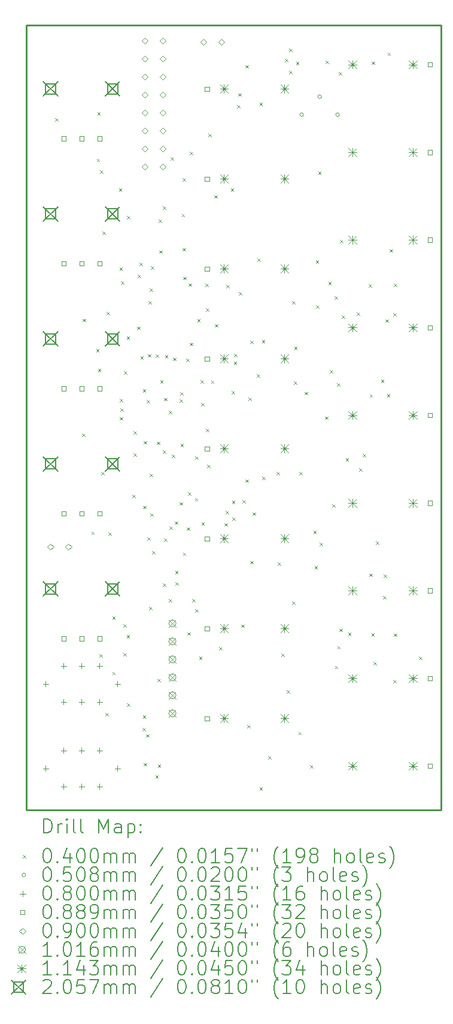
<source format=gbr>
%FSLAX45Y45*%
G04 Gerber Fmt 4.5, Leading zero omitted, Abs format (unit mm)*
G04 Created by KiCad (PCBNEW (6.0.5-0)) date 2022-05-25 13:52:43*
%MOMM*%
%LPD*%
G01*
G04 APERTURE LIST*
%TA.AperFunction,Profile*%
%ADD10C,0.254000*%
%TD*%
%ADD11C,0.200000*%
%ADD12C,0.040000*%
%ADD13C,0.050800*%
%ADD14C,0.080000*%
%ADD15C,0.088900*%
%ADD16C,0.090000*%
%ADD17C,0.101600*%
%ADD18C,0.114300*%
%ADD19C,0.205740*%
G04 APERTURE END LIST*
D10*
X-6272400Y12020700D02*
X-6272400Y933600D01*
X-6272400Y933600D02*
X-12139800Y933600D01*
X-12139800Y12020700D02*
X-6272400Y12020700D01*
X-12139800Y933600D02*
X-12139800Y12020700D01*
D11*
D12*
X-11737800Y10704700D02*
X-11697800Y10664700D01*
X-11697800Y10704700D02*
X-11737800Y10664700D01*
X-11355800Y6250700D02*
X-11315800Y6210700D01*
X-11315800Y6250700D02*
X-11355800Y6210700D01*
X-11344800Y7870700D02*
X-11304800Y7830700D01*
X-11304800Y7870700D02*
X-11344800Y7830700D01*
X-11223800Y4866700D02*
X-11183800Y4826700D01*
X-11183800Y4866700D02*
X-11223800Y4826700D01*
X-11154700Y7444800D02*
X-11114700Y7404800D01*
X-11114700Y7444800D02*
X-11154700Y7404800D01*
X-11145800Y10132700D02*
X-11105800Y10092700D01*
X-11105800Y10132700D02*
X-11145800Y10092700D01*
X-11138800Y10790700D02*
X-11098800Y10750700D01*
X-11098800Y10790700D02*
X-11138800Y10750700D01*
X-11130000Y7162800D02*
X-11090000Y7122800D01*
X-11090000Y7162800D02*
X-11130000Y7122800D01*
X-11105584Y3132250D02*
X-11065584Y3092250D01*
X-11065584Y3132250D02*
X-11105584Y3092250D01*
X-11100800Y9966700D02*
X-11060800Y9926700D01*
X-11060800Y9966700D02*
X-11100800Y9926700D01*
X-11081909Y5709731D02*
X-11041909Y5669731D01*
X-11041909Y5709731D02*
X-11081909Y5669731D01*
X-11064800Y9102700D02*
X-11024800Y9062700D01*
X-11024800Y9102700D02*
X-11064800Y9062700D01*
X-11026800Y2304700D02*
X-10986800Y2264700D01*
X-10986800Y2304700D02*
X-11026800Y2264700D01*
X-11007500Y7972000D02*
X-10967500Y7932000D01*
X-10967500Y7972000D02*
X-11007500Y7932000D01*
X-10982950Y4851250D02*
X-10942950Y4811250D01*
X-10942950Y4851250D02*
X-10982950Y4811250D01*
X-10926800Y3670250D02*
X-10886800Y3630250D01*
X-10886800Y3670250D02*
X-10926800Y3630250D01*
X-10926800Y2883700D02*
X-10886800Y2843700D01*
X-10886800Y2883700D02*
X-10926800Y2843700D01*
X-10833800Y9715700D02*
X-10793800Y9675700D01*
X-10793800Y9715700D02*
X-10833800Y9675700D01*
X-10824800Y8596700D02*
X-10784800Y8556700D01*
X-10784800Y8596700D02*
X-10824800Y8556700D01*
X-10820800Y6741700D02*
X-10780800Y6701700D01*
X-10780800Y6741700D02*
X-10820800Y6701700D01*
X-10818800Y6483700D02*
X-10778800Y6443700D01*
X-10778800Y6483700D02*
X-10818800Y6443700D01*
X-10811800Y6607700D02*
X-10771800Y6567700D01*
X-10771800Y6607700D02*
X-10811800Y6567700D01*
X-10805800Y8401700D02*
X-10765800Y8361700D01*
X-10765800Y8401700D02*
X-10805800Y8361700D01*
X-10768484Y3152250D02*
X-10728484Y3112250D01*
X-10728484Y3152250D02*
X-10768484Y3112250D01*
X-10767751Y3558700D02*
X-10727751Y3518700D01*
X-10727751Y3558700D02*
X-10767751Y3518700D01*
X-10763350Y7130277D02*
X-10723350Y7090277D01*
X-10723350Y7130277D02*
X-10763350Y7090277D01*
X-10723800Y7623700D02*
X-10683800Y7583700D01*
X-10683800Y7623700D02*
X-10723800Y7583700D01*
X-10722800Y3405700D02*
X-10682800Y3365700D01*
X-10682800Y3405700D02*
X-10722800Y3365700D01*
X-10719800Y2439700D02*
X-10679800Y2399700D01*
X-10679800Y2439700D02*
X-10719800Y2399700D01*
X-10717815Y9323715D02*
X-10677815Y9283715D01*
X-10677815Y9323715D02*
X-10717815Y9283715D01*
X-10639800Y5386700D02*
X-10599800Y5346700D01*
X-10599800Y5386700D02*
X-10639800Y5346700D01*
X-10628800Y6286700D02*
X-10588800Y6246700D01*
X-10588800Y6286700D02*
X-10628800Y6246700D01*
X-10626691Y5968051D02*
X-10586691Y5928051D01*
X-10586691Y5968051D02*
X-10626691Y5928051D01*
X-10576500Y7761600D02*
X-10536500Y7721600D01*
X-10536500Y7761600D02*
X-10576500Y7721600D01*
X-10569100Y8493000D02*
X-10529100Y8453000D01*
X-10529100Y8493000D02*
X-10569100Y8453000D01*
X-10541800Y8665700D02*
X-10501800Y8625700D01*
X-10501800Y8665700D02*
X-10541800Y8625700D01*
X-10528131Y7340520D02*
X-10488131Y7300520D01*
X-10488131Y7340520D02*
X-10528131Y7300520D01*
X-10496409Y2091826D02*
X-10456409Y2051826D01*
X-10456409Y2091826D02*
X-10496409Y2051826D01*
X-10494800Y6877700D02*
X-10454800Y6837700D01*
X-10454800Y6877700D02*
X-10494800Y6837700D01*
X-10494201Y2268700D02*
X-10454201Y2228700D01*
X-10454201Y2268700D02*
X-10494201Y2228700D01*
X-10489399Y5231099D02*
X-10449399Y5191099D01*
X-10449399Y5231099D02*
X-10489399Y5191099D01*
X-10482800Y6143700D02*
X-10442800Y6103700D01*
X-10442800Y6143700D02*
X-10482800Y6103700D01*
X-10481800Y1598700D02*
X-10441800Y1558700D01*
X-10441800Y1598700D02*
X-10481800Y1558700D01*
X-10449250Y2003700D02*
X-10409250Y1963700D01*
X-10409250Y2003700D02*
X-10449250Y1963700D01*
X-10439800Y6725700D02*
X-10399800Y6685700D01*
X-10399800Y6725700D02*
X-10439800Y6685700D01*
X-10429800Y4782700D02*
X-10389800Y4742700D01*
X-10389800Y4782700D02*
X-10429800Y4742700D01*
X-10422800Y7371700D02*
X-10382800Y7331700D01*
X-10382800Y7371700D02*
X-10422800Y7331700D01*
X-10415800Y8119700D02*
X-10375800Y8079700D01*
X-10375800Y8119700D02*
X-10415800Y8079700D01*
X-10407800Y3804700D02*
X-10367800Y3764700D01*
X-10367800Y3804700D02*
X-10407800Y3764700D01*
X-10399497Y5682700D02*
X-10359497Y5642700D01*
X-10359497Y5682700D02*
X-10399497Y5642700D01*
X-10394800Y8296700D02*
X-10354800Y8256700D01*
X-10354800Y8296700D02*
X-10394800Y8256700D01*
X-10386939Y5121739D02*
X-10346939Y5081739D01*
X-10346939Y5121739D02*
X-10386939Y5081739D01*
X-10377800Y8611700D02*
X-10337800Y8571700D01*
X-10337800Y8611700D02*
X-10377800Y8571700D01*
X-10365399Y4592250D02*
X-10325399Y4552250D01*
X-10325399Y4592250D02*
X-10365399Y4552250D01*
X-10315800Y1423700D02*
X-10275800Y1383700D01*
X-10275800Y1423700D02*
X-10315800Y1383700D01*
X-10313800Y7365700D02*
X-10273800Y7325700D01*
X-10273800Y7365700D02*
X-10313800Y7325700D01*
X-10292949Y6136623D02*
X-10252949Y6096623D01*
X-10252949Y6136623D02*
X-10292949Y6096623D01*
X-10287800Y2788700D02*
X-10247800Y2748700D01*
X-10247800Y2788700D02*
X-10287800Y2748700D01*
X-10283800Y1573700D02*
X-10243800Y1533700D01*
X-10243800Y1573700D02*
X-10283800Y1533700D01*
X-10267800Y9273700D02*
X-10227800Y9233700D01*
X-10227800Y9273700D02*
X-10267800Y9233700D01*
X-10261800Y8837700D02*
X-10221800Y8797700D01*
X-10221800Y8837700D02*
X-10261800Y8797700D01*
X-10248800Y7006700D02*
X-10208800Y6966700D01*
X-10208800Y7006700D02*
X-10248800Y6966700D01*
X-10211390Y4133630D02*
X-10171390Y4093630D01*
X-10171390Y4133630D02*
X-10211390Y4093630D01*
X-10208800Y9459700D02*
X-10168800Y9419700D01*
X-10168800Y9459700D02*
X-10208800Y9419700D01*
X-10208030Y6013470D02*
X-10168030Y5973470D01*
X-10168030Y6013470D02*
X-10208030Y5973470D01*
X-10195800Y4770700D02*
X-10155800Y4730700D01*
X-10155800Y4770700D02*
X-10195800Y4730700D01*
X-10195704Y6754549D02*
X-10155704Y6714549D01*
X-10155704Y6754549D02*
X-10195704Y6714549D01*
X-10180800Y7357700D02*
X-10140800Y7317700D01*
X-10140800Y7357700D02*
X-10180800Y7317700D01*
X-10123800Y3912700D02*
X-10083800Y3872700D01*
X-10083800Y3912700D02*
X-10123800Y3872700D01*
X-10123400Y6571400D02*
X-10083400Y6531400D01*
X-10083400Y6571400D02*
X-10123400Y6531400D01*
X-10116070Y4939430D02*
X-10076070Y4899430D01*
X-10076070Y4939430D02*
X-10116070Y4899430D01*
X-10103800Y10154700D02*
X-10063800Y10114700D01*
X-10063800Y10154700D02*
X-10103800Y10114700D01*
X-10084800Y5955700D02*
X-10044800Y5915700D01*
X-10044800Y5955700D02*
X-10084800Y5915700D01*
X-10067800Y7321700D02*
X-10027800Y7281700D01*
X-10027800Y7321700D02*
X-10067800Y7281700D01*
X-10044620Y5009322D02*
X-10004620Y4969322D01*
X-10004620Y5009322D02*
X-10044620Y4969322D01*
X-10038066Y4313952D02*
X-9998066Y4273952D01*
X-9998066Y4313952D02*
X-10038066Y4273952D01*
X-10034800Y4152700D02*
X-9994800Y4112700D01*
X-9994800Y4152700D02*
X-10034800Y4112700D01*
X-9975800Y6733150D02*
X-9935800Y6693150D01*
X-9935800Y6733150D02*
X-9975800Y6693150D01*
X-9971800Y5280700D02*
X-9931800Y5240700D01*
X-9931800Y5280700D02*
X-9971800Y5240700D01*
X-9964760Y6832489D02*
X-9924760Y6792489D01*
X-9924760Y6832489D02*
X-9964760Y6792489D01*
X-9960800Y6105700D02*
X-9920800Y6065700D01*
X-9920800Y6105700D02*
X-9960800Y6065700D01*
X-9944800Y9352700D02*
X-9904800Y9312700D01*
X-9904800Y9352700D02*
X-9944800Y9312700D01*
X-9931800Y8871700D02*
X-9891800Y8831700D01*
X-9891800Y8871700D02*
X-9931800Y8831700D01*
X-9928800Y9859700D02*
X-9888800Y9819700D01*
X-9888800Y9859700D02*
X-9928800Y9819700D01*
X-9927209Y4569707D02*
X-9887209Y4529707D01*
X-9887209Y4569707D02*
X-9927209Y4529707D01*
X-9922800Y8463700D02*
X-9882800Y8423700D01*
X-9882800Y8463700D02*
X-9922800Y8423700D01*
X-9877800Y7309700D02*
X-9837800Y7269700D01*
X-9837800Y7309700D02*
X-9877800Y7269700D01*
X-9871900Y4925800D02*
X-9831900Y4885800D01*
X-9831900Y4925800D02*
X-9871900Y4885800D01*
X-9862800Y3442700D02*
X-9822800Y3402700D01*
X-9822800Y3442700D02*
X-9862800Y3402700D01*
X-9855800Y5418700D02*
X-9815800Y5378700D01*
X-9815800Y5418700D02*
X-9855800Y5378700D01*
X-9845800Y8370700D02*
X-9805800Y8330700D01*
X-9805800Y8370700D02*
X-9845800Y8330700D01*
X-9829800Y7532700D02*
X-9789800Y7492700D01*
X-9789800Y7532700D02*
X-9829800Y7492700D01*
X-9827800Y10231700D02*
X-9787800Y10191700D01*
X-9787800Y10231700D02*
X-9827800Y10191700D01*
X-9794800Y3914700D02*
X-9754800Y3874700D01*
X-9754800Y3914700D02*
X-9794800Y3874700D01*
X-9757800Y5340700D02*
X-9717800Y5300700D01*
X-9717800Y5340700D02*
X-9757800Y5300700D01*
X-9755800Y5929700D02*
X-9715800Y5889700D01*
X-9715800Y5929700D02*
X-9755800Y5889700D01*
X-9753522Y3769025D02*
X-9713522Y3729025D01*
X-9713522Y3769025D02*
X-9753522Y3729025D01*
X-9723800Y7867700D02*
X-9683800Y7827700D01*
X-9683800Y7867700D02*
X-9723800Y7827700D01*
X-9699800Y3099700D02*
X-9659800Y3059700D01*
X-9659800Y3099700D02*
X-9699800Y3059700D01*
X-9679751Y7001164D02*
X-9639751Y6961164D01*
X-9639751Y7001164D02*
X-9679751Y6961164D01*
X-9666800Y6683700D02*
X-9626800Y6643700D01*
X-9626800Y6683700D02*
X-9666800Y6643700D01*
X-9663900Y5000200D02*
X-9623900Y4960200D01*
X-9623900Y5000200D02*
X-9663900Y4960200D01*
X-9607100Y8367000D02*
X-9567100Y8327000D01*
X-9567100Y8367000D02*
X-9607100Y8327000D01*
X-9603810Y6316150D02*
X-9563810Y6276150D01*
X-9563810Y6316150D02*
X-9603810Y6276150D01*
X-9602800Y8021700D02*
X-9562800Y7981700D01*
X-9562800Y8021700D02*
X-9602800Y7981700D01*
X-9581800Y5810700D02*
X-9541800Y5770700D01*
X-9541800Y5810700D02*
X-9581800Y5770700D01*
X-9564800Y10482700D02*
X-9524800Y10442700D01*
X-9524800Y10482700D02*
X-9564800Y10442700D01*
X-9529540Y6999299D02*
X-9489540Y6959299D01*
X-9489540Y6999299D02*
X-9529540Y6959299D01*
X-9485800Y9614700D02*
X-9445800Y9574700D01*
X-9445800Y9614700D02*
X-9485800Y9574700D01*
X-9476800Y7794700D02*
X-9436800Y7754700D01*
X-9436800Y7794700D02*
X-9476800Y7754700D01*
X-9412800Y3236700D02*
X-9372800Y3196700D01*
X-9372800Y3236700D02*
X-9412800Y3196700D01*
X-9336800Y4984700D02*
X-9296800Y4944700D01*
X-9296800Y4984700D02*
X-9336800Y4944700D01*
X-9323277Y5156637D02*
X-9283277Y5116637D01*
X-9283277Y5156637D02*
X-9323277Y5116637D01*
X-9315800Y8352700D02*
X-9275800Y8312700D01*
X-9275800Y8352700D02*
X-9315800Y8312700D01*
X-9250800Y9711700D02*
X-9210800Y9671700D01*
X-9210800Y9711700D02*
X-9250800Y9671700D01*
X-9235800Y6853700D02*
X-9195800Y6813700D01*
X-9195800Y6853700D02*
X-9235800Y6813700D01*
X-9232850Y5301700D02*
X-9192850Y5261700D01*
X-9192850Y5301700D02*
X-9232850Y5261700D01*
X-9228800Y5063700D02*
X-9188800Y5023700D01*
X-9188800Y5063700D02*
X-9228800Y5023700D01*
X-9207800Y7266700D02*
X-9167800Y7226700D01*
X-9167800Y7266700D02*
X-9207800Y7226700D01*
X-9200530Y7376430D02*
X-9160530Y7336430D01*
X-9160530Y7376430D02*
X-9200530Y7336430D01*
X-9162800Y10890700D02*
X-9122800Y10850700D01*
X-9122800Y10890700D02*
X-9162800Y10850700D01*
X-9142800Y11054700D02*
X-9102800Y11014700D01*
X-9102800Y11054700D02*
X-9142800Y11014700D01*
X-9137800Y8250700D02*
X-9097800Y8210700D01*
X-9097800Y8250700D02*
X-9137800Y8210700D01*
X-9102800Y3554700D02*
X-9062800Y3514700D01*
X-9062800Y3554700D02*
X-9102800Y3514700D01*
X-9087800Y5311700D02*
X-9047800Y5271700D01*
X-9047800Y5311700D02*
X-9087800Y5271700D01*
X-9044800Y5602700D02*
X-9004800Y5562700D01*
X-9004800Y5602700D02*
X-9044800Y5562700D01*
X-9040800Y11452700D02*
X-9000800Y11412700D01*
X-9000800Y11452700D02*
X-9040800Y11412700D01*
X-9015800Y2132700D02*
X-8975800Y2092700D01*
X-8975800Y2132700D02*
X-9015800Y2092700D01*
X-9002800Y6757700D02*
X-8962800Y6717700D01*
X-8962800Y6757700D02*
X-9002800Y6717700D01*
X-8972800Y7560700D02*
X-8932800Y7520700D01*
X-8932800Y7560700D02*
X-8972800Y7520700D01*
X-8972800Y4451700D02*
X-8932800Y4411700D01*
X-8932800Y4451700D02*
X-8972800Y4411700D01*
X-8943800Y5136700D02*
X-8903800Y5096700D01*
X-8903800Y5136700D02*
X-8943800Y5096700D01*
X-8883800Y7086700D02*
X-8843800Y7046700D01*
X-8843800Y7086700D02*
X-8883800Y7046700D01*
X-8875800Y8720700D02*
X-8835800Y8680700D01*
X-8835800Y8720700D02*
X-8875800Y8680700D01*
X-8843800Y10923700D02*
X-8803800Y10883700D01*
X-8803800Y10923700D02*
X-8843800Y10883700D01*
X-8842800Y1252700D02*
X-8802800Y1212700D01*
X-8802800Y1252700D02*
X-8842800Y1212700D01*
X-8808800Y7568700D02*
X-8768800Y7528700D01*
X-8768800Y7568700D02*
X-8808800Y7528700D01*
X-8802800Y5638700D02*
X-8762800Y5598700D01*
X-8762800Y5638700D02*
X-8802800Y5598700D01*
X-8718800Y1695700D02*
X-8678800Y1655700D01*
X-8678800Y1695700D02*
X-8718800Y1655700D01*
X-8601800Y5706700D02*
X-8561800Y5666700D01*
X-8561800Y5706700D02*
X-8601800Y5666700D01*
X-8585800Y4427700D02*
X-8545800Y4387700D01*
X-8545800Y4427700D02*
X-8585800Y4387700D01*
X-8535800Y3141700D02*
X-8495800Y3101700D01*
X-8495800Y3141700D02*
X-8535800Y3101700D01*
X-8486030Y11541930D02*
X-8446030Y11501930D01*
X-8446030Y11541930D02*
X-8486030Y11501930D01*
X-8457800Y2624700D02*
X-8417800Y2584700D01*
X-8417800Y2624700D02*
X-8457800Y2584700D01*
X-8425235Y11374733D02*
X-8385235Y11334733D01*
X-8385235Y11374733D02*
X-8425235Y11334733D01*
X-8421800Y11684700D02*
X-8381800Y11644700D01*
X-8381800Y11684700D02*
X-8421800Y11644700D01*
X-8382800Y8122700D02*
X-8342800Y8082700D01*
X-8342800Y8122700D02*
X-8382800Y8082700D01*
X-8382800Y3879700D02*
X-8342800Y3839700D01*
X-8342800Y3879700D02*
X-8382800Y3839700D01*
X-8358800Y6986700D02*
X-8318800Y6946700D01*
X-8318800Y6986700D02*
X-8358800Y6946700D01*
X-8352800Y7475700D02*
X-8312800Y7435700D01*
X-8312800Y7475700D02*
X-8352800Y7435700D01*
X-8327800Y11501700D02*
X-8287800Y11461700D01*
X-8287800Y11501700D02*
X-8327800Y11461700D01*
X-8292800Y2038700D02*
X-8252800Y1998700D01*
X-8252800Y2038700D02*
X-8292800Y1998700D01*
X-8279800Y5705700D02*
X-8239800Y5665700D01*
X-8239800Y5705700D02*
X-8279800Y5665700D01*
X-8201800Y6837700D02*
X-8161800Y6797700D01*
X-8161800Y6837700D02*
X-8201800Y6797700D01*
X-8130800Y1568700D02*
X-8090800Y1528700D01*
X-8090800Y1568700D02*
X-8130800Y1528700D01*
X-8080800Y4875700D02*
X-8040800Y4835700D01*
X-8040800Y4875700D02*
X-8080800Y4835700D01*
X-8065800Y4378700D02*
X-8025800Y4338700D01*
X-8025800Y4378700D02*
X-8065800Y4338700D01*
X-8047800Y8696700D02*
X-8007800Y8656700D01*
X-8007800Y8696700D02*
X-8047800Y8656700D01*
X-8045800Y8063700D02*
X-8005800Y8023700D01*
X-8005800Y8063700D02*
X-8045800Y8023700D01*
X-8015100Y9949900D02*
X-7975100Y9909900D01*
X-7975100Y9949900D02*
X-8015100Y9909900D01*
X-7990800Y4711700D02*
X-7950800Y4671700D01*
X-7950800Y4711700D02*
X-7990800Y4671700D01*
X-7917800Y6492700D02*
X-7877800Y6452700D01*
X-7877800Y6492700D02*
X-7917800Y6452700D01*
X-7909800Y11518700D02*
X-7869800Y11478700D01*
X-7869800Y11518700D02*
X-7909800Y11478700D01*
X-7870800Y8391700D02*
X-7830800Y8351700D01*
X-7830800Y8391700D02*
X-7870800Y8351700D01*
X-7847800Y7144700D02*
X-7807800Y7104700D01*
X-7807800Y7144700D02*
X-7847800Y7104700D01*
X-7813800Y5252700D02*
X-7773800Y5212700D01*
X-7773800Y5252700D02*
X-7813800Y5212700D01*
X-7778800Y8189700D02*
X-7738800Y8149700D01*
X-7738800Y8189700D02*
X-7778800Y8149700D01*
X-7775800Y2969700D02*
X-7735800Y2929700D01*
X-7735800Y2969700D02*
X-7775800Y2929700D01*
X-7744800Y6961700D02*
X-7704800Y6921700D01*
X-7704800Y6961700D02*
X-7744800Y6921700D01*
X-7743800Y3249700D02*
X-7703800Y3209700D01*
X-7703800Y3249700D02*
X-7743800Y3209700D01*
X-7719800Y11355700D02*
X-7679800Y11315700D01*
X-7679800Y11355700D02*
X-7719800Y11315700D01*
X-7714800Y3494700D02*
X-7674800Y3454700D01*
X-7674800Y3494700D02*
X-7714800Y3454700D01*
X-7706800Y8986700D02*
X-7666800Y8946700D01*
X-7666800Y8986700D02*
X-7706800Y8946700D01*
X-7680800Y7920700D02*
X-7640800Y7880700D01*
X-7640800Y7920700D02*
X-7680800Y7880700D01*
X-7623800Y5904700D02*
X-7583800Y5864700D01*
X-7583800Y5904700D02*
X-7623800Y5864700D01*
X-7589800Y3439700D02*
X-7549800Y3399700D01*
X-7549800Y3439700D02*
X-7589800Y3399700D01*
X-7466138Y7962150D02*
X-7426138Y7922150D01*
X-7426138Y7962150D02*
X-7466138Y7922150D01*
X-7434400Y5761500D02*
X-7394400Y5721500D01*
X-7394400Y5761500D02*
X-7434400Y5721500D01*
X-7384100Y5959800D02*
X-7344100Y5919800D01*
X-7344100Y5959800D02*
X-7384100Y5919800D01*
X-7297800Y8356700D02*
X-7257800Y8316700D01*
X-7257800Y8356700D02*
X-7297800Y8316700D01*
X-7287800Y4272700D02*
X-7247800Y4232700D01*
X-7247800Y4272700D02*
X-7287800Y4232700D01*
X-7285800Y6805700D02*
X-7245800Y6765700D01*
X-7245800Y6805700D02*
X-7285800Y6765700D01*
X-7259800Y3431700D02*
X-7219800Y3391700D01*
X-7219800Y3431700D02*
X-7259800Y3391700D01*
X-7258800Y11503700D02*
X-7218800Y11463700D01*
X-7218800Y11503700D02*
X-7258800Y11463700D01*
X-7229800Y3021700D02*
X-7189800Y2981700D01*
X-7189800Y3021700D02*
X-7229800Y2981700D01*
X-7199800Y4728700D02*
X-7159800Y4688700D01*
X-7159800Y4728700D02*
X-7199800Y4688700D01*
X-7125800Y7010700D02*
X-7085800Y6970700D01*
X-7085800Y7010700D02*
X-7125800Y6970700D01*
X-7094800Y3958700D02*
X-7054800Y3918700D01*
X-7054800Y3958700D02*
X-7094800Y3918700D01*
X-7089800Y4259700D02*
X-7049800Y4219700D01*
X-7049800Y4259700D02*
X-7089800Y4219700D01*
X-7059368Y7862823D02*
X-7019368Y7822823D01*
X-7019368Y7862823D02*
X-7059368Y7822823D01*
X-7039800Y6811700D02*
X-6999800Y6771700D01*
X-6999800Y6811700D02*
X-7039800Y6771700D01*
X-7030800Y11629700D02*
X-6990800Y11589700D01*
X-6990800Y11629700D02*
X-7030800Y11589700D01*
X-7004800Y8853700D02*
X-6964800Y8813700D01*
X-6964800Y8853700D02*
X-7004800Y8813700D01*
X-6952800Y2769700D02*
X-6912800Y2729700D01*
X-6912800Y2769700D02*
X-6952800Y2729700D01*
X-6950800Y7953700D02*
X-6910800Y7913700D01*
X-6910800Y7953700D02*
X-6950800Y7913700D01*
X-6943800Y8364700D02*
X-6903800Y8324700D01*
X-6903800Y8364700D02*
X-6943800Y8324700D01*
X-6940800Y3427700D02*
X-6900800Y3387700D01*
X-6900800Y3427700D02*
X-6940800Y3387700D01*
X-6587800Y3103700D02*
X-6547800Y3063700D01*
X-6547800Y3103700D02*
X-6587800Y3063700D01*
D13*
X-8221400Y10753700D02*
G75*
G03*
X-8221400Y10753700I-25400J0D01*
G01*
X-7967400Y11007700D02*
G75*
G03*
X-7967400Y11007700I-25400J0D01*
G01*
X-7713400Y10753700D02*
G75*
G03*
X-7713400Y10753700I-25400J0D01*
G01*
D14*
X-11868020Y2755410D02*
X-11868020Y2675410D01*
X-11908020Y2715410D02*
X-11828020Y2715410D01*
X-11868020Y1561610D02*
X-11868020Y1481610D01*
X-11908020Y1521610D02*
X-11828020Y1521610D01*
X-11614020Y3009410D02*
X-11614020Y2929410D01*
X-11654020Y2969410D02*
X-11574020Y2969410D01*
X-11614020Y2501410D02*
X-11614020Y2421410D01*
X-11654020Y2461410D02*
X-11574020Y2461410D01*
X-11614020Y1815610D02*
X-11614020Y1735610D01*
X-11654020Y1775610D02*
X-11574020Y1775610D01*
X-11614020Y1307610D02*
X-11614020Y1227610D01*
X-11654020Y1267610D02*
X-11574020Y1267610D01*
X-11360020Y3009410D02*
X-11360020Y2929410D01*
X-11400020Y2969410D02*
X-11320020Y2969410D01*
X-11360020Y2501410D02*
X-11360020Y2421410D01*
X-11400020Y2461410D02*
X-11320020Y2461410D01*
X-11360020Y1815610D02*
X-11360020Y1735610D01*
X-11400020Y1775610D02*
X-11320020Y1775610D01*
X-11360020Y1307610D02*
X-11360020Y1227610D01*
X-11400020Y1267610D02*
X-11320020Y1267610D01*
X-11106020Y3009410D02*
X-11106020Y2929410D01*
X-11146020Y2969410D02*
X-11066020Y2969410D01*
X-11106020Y2501410D02*
X-11106020Y2421410D01*
X-11146020Y2461410D02*
X-11066020Y2461410D01*
X-11106020Y1815610D02*
X-11106020Y1735610D01*
X-11146020Y1775610D02*
X-11066020Y1775610D01*
X-11106020Y1307610D02*
X-11106020Y1227610D01*
X-11146020Y1267610D02*
X-11066020Y1267610D01*
X-10852020Y2755410D02*
X-10852020Y2675410D01*
X-10892020Y2715410D02*
X-10812020Y2715410D01*
X-10852020Y1561610D02*
X-10852020Y1481610D01*
X-10892020Y1521610D02*
X-10812020Y1521610D01*
D15*
X-11582605Y10385075D02*
X-11582605Y10447937D01*
X-11645467Y10447937D01*
X-11645467Y10385075D01*
X-11582605Y10385075D01*
X-11582605Y8619775D02*
X-11582605Y8682637D01*
X-11645467Y8682637D01*
X-11645467Y8619775D01*
X-11582605Y8619775D01*
X-11582605Y6854474D02*
X-11582605Y6917337D01*
X-11645467Y6917337D01*
X-11645467Y6854474D01*
X-11582605Y6854474D01*
X-11582605Y5089175D02*
X-11582605Y5152037D01*
X-11645467Y5152037D01*
X-11645467Y5089175D01*
X-11582605Y5089175D01*
X-11582605Y3323874D02*
X-11582605Y3386737D01*
X-11645467Y3386737D01*
X-11645467Y3323874D01*
X-11582605Y3323874D01*
X-11328605Y10385075D02*
X-11328605Y10447937D01*
X-11391467Y10447937D01*
X-11391467Y10385075D01*
X-11328605Y10385075D01*
X-11328605Y8619775D02*
X-11328605Y8682637D01*
X-11391467Y8682637D01*
X-11391467Y8619775D01*
X-11328605Y8619775D01*
X-11328605Y6854474D02*
X-11328605Y6917337D01*
X-11391467Y6917337D01*
X-11391467Y6854474D01*
X-11328605Y6854474D01*
X-11328605Y5089175D02*
X-11328605Y5152037D01*
X-11391467Y5152037D01*
X-11391467Y5089175D01*
X-11328605Y5089175D01*
X-11328605Y3323874D02*
X-11328605Y3386737D01*
X-11391467Y3386737D01*
X-11391467Y3323874D01*
X-11328605Y3323874D01*
X-11074605Y10385075D02*
X-11074605Y10447937D01*
X-11137468Y10447937D01*
X-11137468Y10385075D01*
X-11074605Y10385075D01*
X-11074605Y8619775D02*
X-11074605Y8682637D01*
X-11137468Y8682637D01*
X-11137468Y8619775D01*
X-11074605Y8619775D01*
X-11074605Y6854474D02*
X-11074605Y6917337D01*
X-11137468Y6917337D01*
X-11137468Y6854474D01*
X-11074605Y6854474D01*
X-11074605Y5089175D02*
X-11074605Y5152037D01*
X-11137468Y5152037D01*
X-11137468Y5089175D01*
X-11074605Y5089175D01*
X-11074605Y3323874D02*
X-11074605Y3386737D01*
X-11137468Y3386737D01*
X-11137468Y3323874D01*
X-11074605Y3323874D01*
X-9555669Y11086299D02*
X-9555669Y11149161D01*
X-9618531Y11149161D01*
X-9618531Y11086299D01*
X-9555669Y11086299D01*
X-9555669Y9816299D02*
X-9555669Y9879161D01*
X-9618531Y9879161D01*
X-9618531Y9816299D01*
X-9555669Y9816299D01*
X-9555669Y8546299D02*
X-9555669Y8609161D01*
X-9618531Y8609161D01*
X-9618531Y8546299D01*
X-9555669Y8546299D01*
X-9555669Y7276299D02*
X-9555669Y7339161D01*
X-9618531Y7339161D01*
X-9618531Y7276299D01*
X-9555669Y7276299D01*
X-9555669Y6006299D02*
X-9555669Y6069161D01*
X-9618531Y6069161D01*
X-9618531Y6006299D01*
X-9555669Y6006299D01*
X-9555669Y4736299D02*
X-9555669Y4799161D01*
X-9618531Y4799161D01*
X-9618531Y4736299D01*
X-9555669Y4736299D01*
X-9555669Y3466299D02*
X-9555669Y3529161D01*
X-9618531Y3529161D01*
X-9618531Y3466299D01*
X-9555669Y3466299D01*
X-9555669Y2196299D02*
X-9555669Y2259161D01*
X-9618531Y2259161D01*
X-9618531Y2196299D01*
X-9555669Y2196299D01*
X-6400989Y11430469D02*
X-6400989Y11493331D01*
X-6463851Y11493331D01*
X-6463851Y11430469D01*
X-6400989Y11430469D01*
X-6400989Y10192219D02*
X-6400989Y10255081D01*
X-6463851Y10255081D01*
X-6463851Y10192219D01*
X-6400989Y10192219D01*
X-6400989Y8953969D02*
X-6400989Y9016831D01*
X-6463851Y9016831D01*
X-6463851Y8953969D01*
X-6400989Y8953969D01*
X-6400989Y7715719D02*
X-6400989Y7778581D01*
X-6463851Y7778581D01*
X-6463851Y7715719D01*
X-6400989Y7715719D01*
X-6400989Y6477469D02*
X-6400989Y6540331D01*
X-6463851Y6540331D01*
X-6463851Y6477469D01*
X-6400989Y6477469D01*
X-6400989Y5239219D02*
X-6400989Y5302081D01*
X-6463851Y5302081D01*
X-6463851Y5239219D01*
X-6400989Y5239219D01*
X-6400989Y4000969D02*
X-6400989Y4063831D01*
X-6463851Y4063831D01*
X-6463851Y4000969D01*
X-6400989Y4000969D01*
X-6400989Y2762719D02*
X-6400989Y2825581D01*
X-6463851Y2825581D01*
X-6463851Y2762719D01*
X-6400989Y2762719D01*
X-6400989Y1524469D02*
X-6400989Y1587331D01*
X-6463851Y1587331D01*
X-6463851Y1524469D01*
X-6400989Y1524469D01*
D16*
X-11799745Y4605128D02*
X-11754745Y4650128D01*
X-11799745Y4695128D01*
X-11844745Y4650128D01*
X-11799745Y4605128D01*
X-11545745Y4605128D02*
X-11500745Y4650128D01*
X-11545745Y4695128D01*
X-11590745Y4650128D01*
X-11545745Y4605128D01*
X-10465800Y11752700D02*
X-10420800Y11797700D01*
X-10465800Y11842700D01*
X-10510800Y11797700D01*
X-10465800Y11752700D01*
X-10465800Y11498700D02*
X-10420800Y11543700D01*
X-10465800Y11588700D01*
X-10510800Y11543700D01*
X-10465800Y11498700D01*
X-10465800Y11244700D02*
X-10420800Y11289700D01*
X-10465800Y11334700D01*
X-10510800Y11289700D01*
X-10465800Y11244700D01*
X-10465800Y10990700D02*
X-10420800Y11035700D01*
X-10465800Y11080700D01*
X-10510800Y11035700D01*
X-10465800Y10990700D01*
X-10465800Y10736700D02*
X-10420800Y10781700D01*
X-10465800Y10826700D01*
X-10510800Y10781700D01*
X-10465800Y10736700D01*
X-10465800Y10482700D02*
X-10420800Y10527700D01*
X-10465800Y10572700D01*
X-10510800Y10527700D01*
X-10465800Y10482700D01*
X-10465800Y10228700D02*
X-10420800Y10273700D01*
X-10465800Y10318700D01*
X-10510800Y10273700D01*
X-10465800Y10228700D01*
X-10465800Y9974700D02*
X-10420800Y10019700D01*
X-10465800Y10064700D01*
X-10510800Y10019700D01*
X-10465800Y9974700D01*
X-10211800Y11752700D02*
X-10166800Y11797700D01*
X-10211800Y11842700D01*
X-10256800Y11797700D01*
X-10211800Y11752700D01*
X-10211800Y11498700D02*
X-10166800Y11543700D01*
X-10211800Y11588700D01*
X-10256800Y11543700D01*
X-10211800Y11498700D01*
X-10211800Y11244700D02*
X-10166800Y11289700D01*
X-10211800Y11334700D01*
X-10256800Y11289700D01*
X-10211800Y11244700D01*
X-10211800Y10990700D02*
X-10166800Y11035700D01*
X-10211800Y11080700D01*
X-10256800Y11035700D01*
X-10211800Y10990700D01*
X-10211800Y10736700D02*
X-10166800Y10781700D01*
X-10211800Y10826700D01*
X-10256800Y10781700D01*
X-10211800Y10736700D01*
X-10211800Y10482700D02*
X-10166800Y10527700D01*
X-10211800Y10572700D01*
X-10256800Y10527700D01*
X-10211800Y10482700D01*
X-10211800Y10228700D02*
X-10166800Y10273700D01*
X-10211800Y10318700D01*
X-10256800Y10273700D01*
X-10211800Y10228700D01*
X-10211800Y9974700D02*
X-10166800Y10019700D01*
X-10211800Y10064700D01*
X-10256800Y10019700D01*
X-10211800Y9974700D01*
X-9637800Y11733700D02*
X-9592800Y11778700D01*
X-9637800Y11823700D01*
X-9682800Y11778700D01*
X-9637800Y11733700D01*
X-9383800Y11733700D02*
X-9338800Y11778700D01*
X-9383800Y11823700D01*
X-9428800Y11778700D01*
X-9383800Y11733700D01*
D17*
X-10125600Y3619500D02*
X-10024000Y3517900D01*
X-10024000Y3619500D02*
X-10125600Y3517900D01*
X-10024000Y3568700D02*
G75*
G03*
X-10024000Y3568700I-50800J0D01*
G01*
X-10125600Y3365500D02*
X-10024000Y3263900D01*
X-10024000Y3365500D02*
X-10125600Y3263900D01*
X-10024000Y3314700D02*
G75*
G03*
X-10024000Y3314700I-50800J0D01*
G01*
X-10125600Y3111500D02*
X-10024000Y3009900D01*
X-10024000Y3111500D02*
X-10125600Y3009900D01*
X-10024000Y3060700D02*
G75*
G03*
X-10024000Y3060700I-50800J0D01*
G01*
X-10125600Y2857500D02*
X-10024000Y2755900D01*
X-10024000Y2857500D02*
X-10125600Y2755900D01*
X-10024000Y2806700D02*
G75*
G03*
X-10024000Y2806700I-50800J0D01*
G01*
X-10125600Y2603500D02*
X-10024000Y2501900D01*
X-10024000Y2603500D02*
X-10125600Y2501900D01*
X-10024000Y2552700D02*
G75*
G03*
X-10024000Y2552700I-50800J0D01*
G01*
X-10125600Y2349500D02*
X-10024000Y2247900D01*
X-10024000Y2349500D02*
X-10125600Y2247900D01*
X-10024000Y2298700D02*
G75*
G03*
X-10024000Y2298700I-50800J0D01*
G01*
D18*
X-9402950Y11174880D02*
X-9288650Y11060580D01*
X-9288650Y11174880D02*
X-9402950Y11060580D01*
X-9345800Y11174880D02*
X-9345800Y11060580D01*
X-9402950Y11117730D02*
X-9288650Y11117730D01*
X-9402950Y9904880D02*
X-9288650Y9790580D01*
X-9288650Y9904880D02*
X-9402950Y9790580D01*
X-9345800Y9904880D02*
X-9345800Y9790580D01*
X-9402950Y9847730D02*
X-9288650Y9847730D01*
X-9402950Y8634880D02*
X-9288650Y8520580D01*
X-9288650Y8634880D02*
X-9402950Y8520580D01*
X-9345800Y8634880D02*
X-9345800Y8520580D01*
X-9402950Y8577730D02*
X-9288650Y8577730D01*
X-9402950Y7364880D02*
X-9288650Y7250580D01*
X-9288650Y7364880D02*
X-9402950Y7250580D01*
X-9345800Y7364880D02*
X-9345800Y7250580D01*
X-9402950Y7307730D02*
X-9288650Y7307730D01*
X-9402950Y6094880D02*
X-9288650Y5980580D01*
X-9288650Y6094880D02*
X-9402950Y5980580D01*
X-9345800Y6094880D02*
X-9345800Y5980580D01*
X-9402950Y6037730D02*
X-9288650Y6037730D01*
X-9402950Y4824880D02*
X-9288650Y4710580D01*
X-9288650Y4824880D02*
X-9402950Y4710580D01*
X-9345800Y4824880D02*
X-9345800Y4710580D01*
X-9402950Y4767730D02*
X-9288650Y4767730D01*
X-9402950Y3554880D02*
X-9288650Y3440580D01*
X-9288650Y3554880D02*
X-9402950Y3440580D01*
X-9345800Y3554880D02*
X-9345800Y3440580D01*
X-9402950Y3497730D02*
X-9288650Y3497730D01*
X-9402950Y2284880D02*
X-9288650Y2170580D01*
X-9288650Y2284880D02*
X-9402950Y2170580D01*
X-9345800Y2284880D02*
X-9345800Y2170580D01*
X-9402950Y2227730D02*
X-9288650Y2227730D01*
X-8546970Y11174880D02*
X-8432670Y11060580D01*
X-8432670Y11174880D02*
X-8546970Y11060580D01*
X-8489820Y11174880D02*
X-8489820Y11060580D01*
X-8546970Y11117730D02*
X-8432670Y11117730D01*
X-8546970Y9904880D02*
X-8432670Y9790580D01*
X-8432670Y9904880D02*
X-8546970Y9790580D01*
X-8489820Y9904880D02*
X-8489820Y9790580D01*
X-8546970Y9847730D02*
X-8432670Y9847730D01*
X-8546970Y8634880D02*
X-8432670Y8520580D01*
X-8432670Y8634880D02*
X-8546970Y8520580D01*
X-8489820Y8634880D02*
X-8489820Y8520580D01*
X-8546970Y8577730D02*
X-8432670Y8577730D01*
X-8546970Y7364880D02*
X-8432670Y7250580D01*
X-8432670Y7364880D02*
X-8546970Y7250580D01*
X-8489820Y7364880D02*
X-8489820Y7250580D01*
X-8546970Y7307730D02*
X-8432670Y7307730D01*
X-8546970Y6094880D02*
X-8432670Y5980580D01*
X-8432670Y6094880D02*
X-8546970Y5980580D01*
X-8489820Y6094880D02*
X-8489820Y5980580D01*
X-8546970Y6037730D02*
X-8432670Y6037730D01*
X-8546970Y4824880D02*
X-8432670Y4710580D01*
X-8432670Y4824880D02*
X-8546970Y4710580D01*
X-8489820Y4824880D02*
X-8489820Y4710580D01*
X-8546970Y4767730D02*
X-8432670Y4767730D01*
X-8546970Y3554880D02*
X-8432670Y3440580D01*
X-8432670Y3554880D02*
X-8546970Y3440580D01*
X-8489820Y3554880D02*
X-8489820Y3440580D01*
X-8546970Y3497730D02*
X-8432670Y3497730D01*
X-8546970Y2284880D02*
X-8432670Y2170580D01*
X-8432670Y2284880D02*
X-8546970Y2170580D01*
X-8489820Y2284880D02*
X-8489820Y2170580D01*
X-8546970Y2227730D02*
X-8432670Y2227730D01*
X-7586850Y11519050D02*
X-7472550Y11404750D01*
X-7472550Y11519050D02*
X-7586850Y11404750D01*
X-7529700Y11519050D02*
X-7529700Y11404750D01*
X-7586850Y11461900D02*
X-7472550Y11461900D01*
X-7586850Y10280800D02*
X-7472550Y10166500D01*
X-7472550Y10280800D02*
X-7586850Y10166500D01*
X-7529700Y10280800D02*
X-7529700Y10166500D01*
X-7586850Y10223650D02*
X-7472550Y10223650D01*
X-7586850Y9042550D02*
X-7472550Y8928250D01*
X-7472550Y9042550D02*
X-7586850Y8928250D01*
X-7529700Y9042550D02*
X-7529700Y8928250D01*
X-7586850Y8985400D02*
X-7472550Y8985400D01*
X-7586850Y7804300D02*
X-7472550Y7690000D01*
X-7472550Y7804300D02*
X-7586850Y7690000D01*
X-7529700Y7804300D02*
X-7529700Y7690000D01*
X-7586850Y7747150D02*
X-7472550Y7747150D01*
X-7586850Y6566050D02*
X-7472550Y6451750D01*
X-7472550Y6566050D02*
X-7586850Y6451750D01*
X-7529700Y6566050D02*
X-7529700Y6451750D01*
X-7586850Y6508900D02*
X-7472550Y6508900D01*
X-7586850Y5327800D02*
X-7472550Y5213500D01*
X-7472550Y5327800D02*
X-7586850Y5213500D01*
X-7529700Y5327800D02*
X-7529700Y5213500D01*
X-7586850Y5270650D02*
X-7472550Y5270650D01*
X-7586850Y4089550D02*
X-7472550Y3975250D01*
X-7472550Y4089550D02*
X-7586850Y3975250D01*
X-7529700Y4089550D02*
X-7529700Y3975250D01*
X-7586850Y4032400D02*
X-7472550Y4032400D01*
X-7586850Y2851300D02*
X-7472550Y2737000D01*
X-7472550Y2851300D02*
X-7586850Y2737000D01*
X-7529700Y2851300D02*
X-7529700Y2737000D01*
X-7586850Y2794150D02*
X-7472550Y2794150D01*
X-7586850Y1613050D02*
X-7472550Y1498750D01*
X-7472550Y1613050D02*
X-7586850Y1498750D01*
X-7529700Y1613050D02*
X-7529700Y1498750D01*
X-7586850Y1555900D02*
X-7472550Y1555900D01*
X-6730870Y11519050D02*
X-6616570Y11404750D01*
X-6616570Y11519050D02*
X-6730870Y11404750D01*
X-6673720Y11519050D02*
X-6673720Y11404750D01*
X-6730870Y11461900D02*
X-6616570Y11461900D01*
X-6730870Y10280800D02*
X-6616570Y10166500D01*
X-6616570Y10280800D02*
X-6730870Y10166500D01*
X-6673720Y10280800D02*
X-6673720Y10166500D01*
X-6730870Y10223650D02*
X-6616570Y10223650D01*
X-6730870Y9042550D02*
X-6616570Y8928250D01*
X-6616570Y9042550D02*
X-6730870Y8928250D01*
X-6673720Y9042550D02*
X-6673720Y8928250D01*
X-6730870Y8985400D02*
X-6616570Y8985400D01*
X-6730870Y7804300D02*
X-6616570Y7690000D01*
X-6616570Y7804300D02*
X-6730870Y7690000D01*
X-6673720Y7804300D02*
X-6673720Y7690000D01*
X-6730870Y7747150D02*
X-6616570Y7747150D01*
X-6730870Y6566050D02*
X-6616570Y6451750D01*
X-6616570Y6566050D02*
X-6730870Y6451750D01*
X-6673720Y6566050D02*
X-6673720Y6451750D01*
X-6730870Y6508900D02*
X-6616570Y6508900D01*
X-6730870Y5327800D02*
X-6616570Y5213500D01*
X-6616570Y5327800D02*
X-6730870Y5213500D01*
X-6673720Y5327800D02*
X-6673720Y5213500D01*
X-6730870Y5270650D02*
X-6616570Y5270650D01*
X-6730870Y4089550D02*
X-6616570Y3975250D01*
X-6616570Y4089550D02*
X-6730870Y3975250D01*
X-6673720Y4089550D02*
X-6673720Y3975250D01*
X-6730870Y4032400D02*
X-6616570Y4032400D01*
X-6730870Y2851300D02*
X-6616570Y2737000D01*
X-6616570Y2851300D02*
X-6730870Y2737000D01*
X-6673720Y2851300D02*
X-6673720Y2737000D01*
X-6730870Y2794150D02*
X-6616570Y2794150D01*
X-6730870Y1613050D02*
X-6616570Y1498750D01*
X-6616570Y1613050D02*
X-6730870Y1498750D01*
X-6673720Y1613050D02*
X-6673720Y1498750D01*
X-6730870Y1555900D02*
X-6616570Y1555900D01*
D19*
X-11902326Y11220416D02*
X-11696586Y11014676D01*
X-11696586Y11220416D02*
X-11902326Y11014676D01*
X-11726715Y11044805D02*
X-11726715Y11190286D01*
X-11872197Y11190286D01*
X-11872197Y11044805D01*
X-11726715Y11044805D01*
X-11902326Y9455116D02*
X-11696586Y9249376D01*
X-11696586Y9455116D02*
X-11902326Y9249376D01*
X-11726715Y9279505D02*
X-11726715Y9424987D01*
X-11872197Y9424987D01*
X-11872197Y9279505D01*
X-11726715Y9279505D01*
X-11902326Y7689816D02*
X-11696586Y7484076D01*
X-11696586Y7689816D02*
X-11902326Y7484076D01*
X-11726715Y7514205D02*
X-11726715Y7659686D01*
X-11872197Y7659686D01*
X-11872197Y7514205D01*
X-11726715Y7514205D01*
X-11902326Y5924516D02*
X-11696586Y5718776D01*
X-11696586Y5924516D02*
X-11902326Y5718776D01*
X-11726715Y5748905D02*
X-11726715Y5894386D01*
X-11872197Y5894386D01*
X-11872197Y5748905D01*
X-11726715Y5748905D01*
X-11902326Y4159216D02*
X-11696586Y3953476D01*
X-11696586Y4159216D02*
X-11902326Y3953476D01*
X-11726715Y3983605D02*
X-11726715Y4129086D01*
X-11872197Y4129086D01*
X-11872197Y3983605D01*
X-11726715Y3983605D01*
X-11023486Y11220416D02*
X-10817746Y11014676D01*
X-10817746Y11220416D02*
X-11023486Y11014676D01*
X-10847876Y11044805D02*
X-10847876Y11190286D01*
X-10993357Y11190286D01*
X-10993357Y11044805D01*
X-10847876Y11044805D01*
X-11023486Y9455116D02*
X-10817746Y9249376D01*
X-10817746Y9455116D02*
X-11023486Y9249376D01*
X-10847876Y9279505D02*
X-10847876Y9424987D01*
X-10993357Y9424987D01*
X-10993357Y9279505D01*
X-10847876Y9279505D01*
X-11023486Y7689816D02*
X-10817746Y7484076D01*
X-10817746Y7689816D02*
X-11023486Y7484076D01*
X-10847876Y7514205D02*
X-10847876Y7659686D01*
X-10993357Y7659686D01*
X-10993357Y7514205D01*
X-10847876Y7514205D01*
X-11023486Y5924516D02*
X-10817746Y5718776D01*
X-10817746Y5924516D02*
X-11023486Y5718776D01*
X-10847876Y5748905D02*
X-10847876Y5894386D01*
X-10993357Y5894386D01*
X-10993357Y5748905D01*
X-10847876Y5748905D01*
X-11023486Y4159216D02*
X-10817746Y3953476D01*
X-10817746Y4159216D02*
X-11023486Y3953476D01*
X-10847876Y3983605D02*
X-10847876Y4129086D01*
X-10993357Y4129086D01*
X-10993357Y3983605D01*
X-10847876Y3983605D01*
D11*
X-11894881Y610424D02*
X-11894881Y810424D01*
X-11847262Y810424D01*
X-11818690Y800900D01*
X-11799643Y781852D01*
X-11790119Y762805D01*
X-11780595Y724710D01*
X-11780595Y696138D01*
X-11790119Y658043D01*
X-11799643Y638995D01*
X-11818690Y619948D01*
X-11847262Y610424D01*
X-11894881Y610424D01*
X-11694881Y610424D02*
X-11694881Y743757D01*
X-11694881Y705662D02*
X-11685357Y724710D01*
X-11675833Y734233D01*
X-11656786Y743757D01*
X-11637738Y743757D01*
X-11571071Y610424D02*
X-11571071Y743757D01*
X-11571071Y810424D02*
X-11580595Y800900D01*
X-11571071Y791376D01*
X-11561548Y800900D01*
X-11571071Y810424D01*
X-11571071Y791376D01*
X-11447262Y610424D02*
X-11466310Y619948D01*
X-11475833Y638995D01*
X-11475833Y810424D01*
X-11342500Y610424D02*
X-11361548Y619948D01*
X-11371071Y638995D01*
X-11371071Y810424D01*
X-11113929Y610424D02*
X-11113929Y810424D01*
X-11047262Y667567D01*
X-10980595Y810424D01*
X-10980595Y610424D01*
X-10799643Y610424D02*
X-10799643Y715186D01*
X-10809167Y734233D01*
X-10828214Y743757D01*
X-10866310Y743757D01*
X-10885357Y734233D01*
X-10799643Y619948D02*
X-10818691Y610424D01*
X-10866310Y610424D01*
X-10885357Y619948D01*
X-10894881Y638995D01*
X-10894881Y658043D01*
X-10885357Y677091D01*
X-10866310Y686614D01*
X-10818691Y686614D01*
X-10799643Y696138D01*
X-10704405Y743757D02*
X-10704405Y543757D01*
X-10704405Y734233D02*
X-10685357Y743757D01*
X-10647262Y743757D01*
X-10628214Y734233D01*
X-10618691Y724710D01*
X-10609167Y705662D01*
X-10609167Y648519D01*
X-10618691Y629472D01*
X-10628214Y619948D01*
X-10647262Y610424D01*
X-10685357Y610424D01*
X-10704405Y619948D01*
X-10523452Y629472D02*
X-10513929Y619948D01*
X-10523452Y610424D01*
X-10532976Y619948D01*
X-10523452Y629472D01*
X-10523452Y610424D01*
X-10523452Y734233D02*
X-10513929Y724710D01*
X-10523452Y715186D01*
X-10532976Y724710D01*
X-10523452Y734233D01*
X-10523452Y715186D01*
D12*
X-12192500Y300900D02*
X-12152500Y260900D01*
X-12152500Y300900D02*
X-12192500Y260900D01*
D11*
X-11856786Y390424D02*
X-11837738Y390424D01*
X-11818690Y380900D01*
X-11809167Y371376D01*
X-11799643Y352329D01*
X-11790119Y314233D01*
X-11790119Y266614D01*
X-11799643Y228519D01*
X-11809167Y209471D01*
X-11818690Y199948D01*
X-11837738Y190424D01*
X-11856786Y190424D01*
X-11875833Y199948D01*
X-11885357Y209471D01*
X-11894881Y228519D01*
X-11904405Y266614D01*
X-11904405Y314233D01*
X-11894881Y352329D01*
X-11885357Y371376D01*
X-11875833Y380900D01*
X-11856786Y390424D01*
X-11704405Y209471D02*
X-11694881Y199948D01*
X-11704405Y190424D01*
X-11713929Y199948D01*
X-11704405Y209471D01*
X-11704405Y190424D01*
X-11523452Y323757D02*
X-11523452Y190424D01*
X-11571071Y399948D02*
X-11618690Y257090D01*
X-11494881Y257090D01*
X-11380595Y390424D02*
X-11361548Y390424D01*
X-11342500Y380900D01*
X-11332976Y371376D01*
X-11323452Y352329D01*
X-11313929Y314233D01*
X-11313929Y266614D01*
X-11323452Y228519D01*
X-11332976Y209471D01*
X-11342500Y199948D01*
X-11361548Y190424D01*
X-11380595Y190424D01*
X-11399643Y199948D01*
X-11409167Y209471D01*
X-11418690Y228519D01*
X-11428214Y266614D01*
X-11428214Y314233D01*
X-11418690Y352329D01*
X-11409167Y371376D01*
X-11399643Y380900D01*
X-11380595Y390424D01*
X-11190119Y390424D02*
X-11171072Y390424D01*
X-11152024Y380900D01*
X-11142500Y371376D01*
X-11132976Y352329D01*
X-11123452Y314233D01*
X-11123452Y266614D01*
X-11132976Y228519D01*
X-11142500Y209471D01*
X-11152024Y199948D01*
X-11171072Y190424D01*
X-11190119Y190424D01*
X-11209167Y199948D01*
X-11218690Y209471D01*
X-11228214Y228519D01*
X-11237738Y266614D01*
X-11237738Y314233D01*
X-11228214Y352329D01*
X-11218690Y371376D01*
X-11209167Y380900D01*
X-11190119Y390424D01*
X-11037738Y190424D02*
X-11037738Y323757D01*
X-11037738Y304710D02*
X-11028214Y314233D01*
X-11009167Y323757D01*
X-10980595Y323757D01*
X-10961548Y314233D01*
X-10952024Y295186D01*
X-10952024Y190424D01*
X-10952024Y295186D02*
X-10942500Y314233D01*
X-10923452Y323757D01*
X-10894881Y323757D01*
X-10875833Y314233D01*
X-10866310Y295186D01*
X-10866310Y190424D01*
X-10771072Y190424D02*
X-10771072Y323757D01*
X-10771072Y304710D02*
X-10761548Y314233D01*
X-10742500Y323757D01*
X-10713929Y323757D01*
X-10694881Y314233D01*
X-10685357Y295186D01*
X-10685357Y190424D01*
X-10685357Y295186D02*
X-10675833Y314233D01*
X-10656786Y323757D01*
X-10628214Y323757D01*
X-10609167Y314233D01*
X-10599643Y295186D01*
X-10599643Y190424D01*
X-10209167Y399948D02*
X-10380595Y142805D01*
X-9952024Y390424D02*
X-9932976Y390424D01*
X-9913929Y380900D01*
X-9904405Y371376D01*
X-9894881Y352329D01*
X-9885357Y314233D01*
X-9885357Y266614D01*
X-9894881Y228519D01*
X-9904405Y209471D01*
X-9913929Y199948D01*
X-9932976Y190424D01*
X-9952024Y190424D01*
X-9971072Y199948D01*
X-9980595Y209471D01*
X-9990119Y228519D01*
X-9999643Y266614D01*
X-9999643Y314233D01*
X-9990119Y352329D01*
X-9980595Y371376D01*
X-9971072Y380900D01*
X-9952024Y390424D01*
X-9799643Y209471D02*
X-9790119Y199948D01*
X-9799643Y190424D01*
X-9809167Y199948D01*
X-9799643Y209471D01*
X-9799643Y190424D01*
X-9666310Y390424D02*
X-9647262Y390424D01*
X-9628214Y380900D01*
X-9618691Y371376D01*
X-9609167Y352329D01*
X-9599643Y314233D01*
X-9599643Y266614D01*
X-9609167Y228519D01*
X-9618691Y209471D01*
X-9628214Y199948D01*
X-9647262Y190424D01*
X-9666310Y190424D01*
X-9685357Y199948D01*
X-9694881Y209471D01*
X-9704405Y228519D01*
X-9713929Y266614D01*
X-9713929Y314233D01*
X-9704405Y352329D01*
X-9694881Y371376D01*
X-9685357Y380900D01*
X-9666310Y390424D01*
X-9409167Y190424D02*
X-9523452Y190424D01*
X-9466310Y190424D02*
X-9466310Y390424D01*
X-9485357Y361852D01*
X-9504405Y342805D01*
X-9523452Y333281D01*
X-9228214Y390424D02*
X-9323452Y390424D01*
X-9332976Y295186D01*
X-9323452Y304710D01*
X-9304405Y314233D01*
X-9256786Y314233D01*
X-9237738Y304710D01*
X-9228214Y295186D01*
X-9218691Y276138D01*
X-9218691Y228519D01*
X-9228214Y209471D01*
X-9237738Y199948D01*
X-9256786Y190424D01*
X-9304405Y190424D01*
X-9323452Y199948D01*
X-9332976Y209471D01*
X-9152024Y390424D02*
X-9018691Y390424D01*
X-9104405Y190424D01*
X-8952024Y390424D02*
X-8952024Y352329D01*
X-8875833Y390424D02*
X-8875833Y352329D01*
X-8580595Y114233D02*
X-8590119Y123757D01*
X-8609167Y152329D01*
X-8618691Y171376D01*
X-8628214Y199948D01*
X-8637738Y247567D01*
X-8637738Y285662D01*
X-8628214Y333281D01*
X-8618691Y361852D01*
X-8609167Y380900D01*
X-8590119Y409471D01*
X-8580595Y418995D01*
X-8399643Y190424D02*
X-8513929Y190424D01*
X-8456786Y190424D02*
X-8456786Y390424D01*
X-8475833Y361852D01*
X-8494881Y342805D01*
X-8513929Y333281D01*
X-8304405Y190424D02*
X-8266310Y190424D01*
X-8247262Y199948D01*
X-8237738Y209471D01*
X-8218690Y238043D01*
X-8209167Y276138D01*
X-8209167Y352329D01*
X-8218690Y371376D01*
X-8228214Y380900D01*
X-8247262Y390424D01*
X-8285357Y390424D01*
X-8304405Y380900D01*
X-8313929Y371376D01*
X-8323452Y352329D01*
X-8323452Y304710D01*
X-8313929Y285662D01*
X-8304405Y276138D01*
X-8285357Y266614D01*
X-8247262Y266614D01*
X-8228214Y276138D01*
X-8218690Y285662D01*
X-8209167Y304710D01*
X-8094881Y304710D02*
X-8113929Y314233D01*
X-8123452Y323757D01*
X-8132976Y342805D01*
X-8132976Y352329D01*
X-8123452Y371376D01*
X-8113929Y380900D01*
X-8094881Y390424D01*
X-8056786Y390424D01*
X-8037738Y380900D01*
X-8028214Y371376D01*
X-8018690Y352329D01*
X-8018690Y342805D01*
X-8028214Y323757D01*
X-8037738Y314233D01*
X-8056786Y304710D01*
X-8094881Y304710D01*
X-8113929Y295186D01*
X-8123452Y285662D01*
X-8132976Y266614D01*
X-8132976Y228519D01*
X-8123452Y209471D01*
X-8113929Y199948D01*
X-8094881Y190424D01*
X-8056786Y190424D01*
X-8037738Y199948D01*
X-8028214Y209471D01*
X-8018690Y228519D01*
X-8018690Y266614D01*
X-8028214Y285662D01*
X-8037738Y295186D01*
X-8056786Y304710D01*
X-7780595Y190424D02*
X-7780595Y390424D01*
X-7694881Y190424D02*
X-7694881Y295186D01*
X-7704405Y314233D01*
X-7723452Y323757D01*
X-7752024Y323757D01*
X-7771071Y314233D01*
X-7780595Y304710D01*
X-7571071Y190424D02*
X-7590119Y199948D01*
X-7599643Y209471D01*
X-7609167Y228519D01*
X-7609167Y285662D01*
X-7599643Y304710D01*
X-7590119Y314233D01*
X-7571071Y323757D01*
X-7542500Y323757D01*
X-7523452Y314233D01*
X-7513929Y304710D01*
X-7504405Y285662D01*
X-7504405Y228519D01*
X-7513929Y209471D01*
X-7523452Y199948D01*
X-7542500Y190424D01*
X-7571071Y190424D01*
X-7390119Y190424D02*
X-7409167Y199948D01*
X-7418690Y218995D01*
X-7418690Y390424D01*
X-7237738Y199948D02*
X-7256786Y190424D01*
X-7294881Y190424D01*
X-7313929Y199948D01*
X-7323452Y218995D01*
X-7323452Y295186D01*
X-7313929Y314233D01*
X-7294881Y323757D01*
X-7256786Y323757D01*
X-7237738Y314233D01*
X-7228214Y295186D01*
X-7228214Y276138D01*
X-7323452Y257090D01*
X-7152024Y199948D02*
X-7132976Y190424D01*
X-7094881Y190424D01*
X-7075833Y199948D01*
X-7066310Y218995D01*
X-7066310Y228519D01*
X-7075833Y247567D01*
X-7094881Y257090D01*
X-7123452Y257090D01*
X-7142500Y266614D01*
X-7152024Y285662D01*
X-7152024Y295186D01*
X-7142500Y314233D01*
X-7123452Y323757D01*
X-7094881Y323757D01*
X-7075833Y314233D01*
X-6999643Y114233D02*
X-6990119Y123757D01*
X-6971071Y152329D01*
X-6961548Y171376D01*
X-6952024Y199948D01*
X-6942500Y247567D01*
X-6942500Y285662D01*
X-6952024Y333281D01*
X-6961548Y361852D01*
X-6971071Y380900D01*
X-6990119Y409471D01*
X-6999643Y418995D01*
D13*
X-12152500Y16900D02*
G75*
G03*
X-12152500Y16900I-25400J0D01*
G01*
D11*
X-11856786Y126424D02*
X-11837738Y126424D01*
X-11818690Y116900D01*
X-11809167Y107376D01*
X-11799643Y88329D01*
X-11790119Y50233D01*
X-11790119Y2614D01*
X-11799643Y-35481D01*
X-11809167Y-54528D01*
X-11818690Y-64052D01*
X-11837738Y-73576D01*
X-11856786Y-73576D01*
X-11875833Y-64052D01*
X-11885357Y-54528D01*
X-11894881Y-35481D01*
X-11904405Y2614D01*
X-11904405Y50233D01*
X-11894881Y88329D01*
X-11885357Y107376D01*
X-11875833Y116900D01*
X-11856786Y126424D01*
X-11704405Y-54528D02*
X-11694881Y-64052D01*
X-11704405Y-73576D01*
X-11713929Y-64052D01*
X-11704405Y-54528D01*
X-11704405Y-73576D01*
X-11513929Y126424D02*
X-11609167Y126424D01*
X-11618690Y31186D01*
X-11609167Y40710D01*
X-11590119Y50233D01*
X-11542500Y50233D01*
X-11523452Y40710D01*
X-11513929Y31186D01*
X-11504405Y12138D01*
X-11504405Y-35481D01*
X-11513929Y-54528D01*
X-11523452Y-64052D01*
X-11542500Y-73576D01*
X-11590119Y-73576D01*
X-11609167Y-64052D01*
X-11618690Y-54528D01*
X-11380595Y126424D02*
X-11361548Y126424D01*
X-11342500Y116900D01*
X-11332976Y107376D01*
X-11323452Y88329D01*
X-11313929Y50233D01*
X-11313929Y2614D01*
X-11323452Y-35481D01*
X-11332976Y-54528D01*
X-11342500Y-64052D01*
X-11361548Y-73576D01*
X-11380595Y-73576D01*
X-11399643Y-64052D01*
X-11409167Y-54528D01*
X-11418690Y-35481D01*
X-11428214Y2614D01*
X-11428214Y50233D01*
X-11418690Y88329D01*
X-11409167Y107376D01*
X-11399643Y116900D01*
X-11380595Y126424D01*
X-11199643Y40710D02*
X-11218690Y50233D01*
X-11228214Y59757D01*
X-11237738Y78805D01*
X-11237738Y88329D01*
X-11228214Y107376D01*
X-11218690Y116900D01*
X-11199643Y126424D01*
X-11161548Y126424D01*
X-11142500Y116900D01*
X-11132976Y107376D01*
X-11123452Y88329D01*
X-11123452Y78805D01*
X-11132976Y59757D01*
X-11142500Y50233D01*
X-11161548Y40710D01*
X-11199643Y40710D01*
X-11218690Y31186D01*
X-11228214Y21662D01*
X-11237738Y2614D01*
X-11237738Y-35481D01*
X-11228214Y-54528D01*
X-11218690Y-64052D01*
X-11199643Y-73576D01*
X-11161548Y-73576D01*
X-11142500Y-64052D01*
X-11132976Y-54528D01*
X-11123452Y-35481D01*
X-11123452Y2614D01*
X-11132976Y21662D01*
X-11142500Y31186D01*
X-11161548Y40710D01*
X-11037738Y-73576D02*
X-11037738Y59757D01*
X-11037738Y40710D02*
X-11028214Y50233D01*
X-11009167Y59757D01*
X-10980595Y59757D01*
X-10961548Y50233D01*
X-10952024Y31186D01*
X-10952024Y-73576D01*
X-10952024Y31186D02*
X-10942500Y50233D01*
X-10923452Y59757D01*
X-10894881Y59757D01*
X-10875833Y50233D01*
X-10866310Y31186D01*
X-10866310Y-73576D01*
X-10771072Y-73576D02*
X-10771072Y59757D01*
X-10771072Y40710D02*
X-10761548Y50233D01*
X-10742500Y59757D01*
X-10713929Y59757D01*
X-10694881Y50233D01*
X-10685357Y31186D01*
X-10685357Y-73576D01*
X-10685357Y31186D02*
X-10675833Y50233D01*
X-10656786Y59757D01*
X-10628214Y59757D01*
X-10609167Y50233D01*
X-10599643Y31186D01*
X-10599643Y-73576D01*
X-10209167Y135948D02*
X-10380595Y-121195D01*
X-9952024Y126424D02*
X-9932976Y126424D01*
X-9913929Y116900D01*
X-9904405Y107376D01*
X-9894881Y88329D01*
X-9885357Y50233D01*
X-9885357Y2614D01*
X-9894881Y-35481D01*
X-9904405Y-54528D01*
X-9913929Y-64052D01*
X-9932976Y-73576D01*
X-9952024Y-73576D01*
X-9971072Y-64052D01*
X-9980595Y-54528D01*
X-9990119Y-35481D01*
X-9999643Y2614D01*
X-9999643Y50233D01*
X-9990119Y88329D01*
X-9980595Y107376D01*
X-9971072Y116900D01*
X-9952024Y126424D01*
X-9799643Y-54528D02*
X-9790119Y-64052D01*
X-9799643Y-73576D01*
X-9809167Y-64052D01*
X-9799643Y-54528D01*
X-9799643Y-73576D01*
X-9666310Y126424D02*
X-9647262Y126424D01*
X-9628214Y116900D01*
X-9618691Y107376D01*
X-9609167Y88329D01*
X-9599643Y50233D01*
X-9599643Y2614D01*
X-9609167Y-35481D01*
X-9618691Y-54528D01*
X-9628214Y-64052D01*
X-9647262Y-73576D01*
X-9666310Y-73576D01*
X-9685357Y-64052D01*
X-9694881Y-54528D01*
X-9704405Y-35481D01*
X-9713929Y2614D01*
X-9713929Y50233D01*
X-9704405Y88329D01*
X-9694881Y107376D01*
X-9685357Y116900D01*
X-9666310Y126424D01*
X-9523452Y107376D02*
X-9513929Y116900D01*
X-9494881Y126424D01*
X-9447262Y126424D01*
X-9428214Y116900D01*
X-9418691Y107376D01*
X-9409167Y88329D01*
X-9409167Y69281D01*
X-9418691Y40710D01*
X-9532976Y-73576D01*
X-9409167Y-73576D01*
X-9285357Y126424D02*
X-9266310Y126424D01*
X-9247262Y116900D01*
X-9237738Y107376D01*
X-9228214Y88329D01*
X-9218691Y50233D01*
X-9218691Y2614D01*
X-9228214Y-35481D01*
X-9237738Y-54528D01*
X-9247262Y-64052D01*
X-9266310Y-73576D01*
X-9285357Y-73576D01*
X-9304405Y-64052D01*
X-9313929Y-54528D01*
X-9323452Y-35481D01*
X-9332976Y2614D01*
X-9332976Y50233D01*
X-9323452Y88329D01*
X-9313929Y107376D01*
X-9304405Y116900D01*
X-9285357Y126424D01*
X-9094881Y126424D02*
X-9075833Y126424D01*
X-9056786Y116900D01*
X-9047262Y107376D01*
X-9037738Y88329D01*
X-9028214Y50233D01*
X-9028214Y2614D01*
X-9037738Y-35481D01*
X-9047262Y-54528D01*
X-9056786Y-64052D01*
X-9075833Y-73576D01*
X-9094881Y-73576D01*
X-9113929Y-64052D01*
X-9123452Y-54528D01*
X-9132976Y-35481D01*
X-9142500Y2614D01*
X-9142500Y50233D01*
X-9132976Y88329D01*
X-9123452Y107376D01*
X-9113929Y116900D01*
X-9094881Y126424D01*
X-8952024Y126424D02*
X-8952024Y88329D01*
X-8875833Y126424D02*
X-8875833Y88329D01*
X-8580595Y-149767D02*
X-8590119Y-140243D01*
X-8609167Y-111671D01*
X-8618691Y-92624D01*
X-8628214Y-64052D01*
X-8637738Y-16433D01*
X-8637738Y21662D01*
X-8628214Y69281D01*
X-8618691Y97852D01*
X-8609167Y116900D01*
X-8590119Y145472D01*
X-8580595Y154995D01*
X-8523452Y126424D02*
X-8399643Y126424D01*
X-8466310Y50233D01*
X-8437738Y50233D01*
X-8418691Y40710D01*
X-8409167Y31186D01*
X-8399643Y12138D01*
X-8399643Y-35481D01*
X-8409167Y-54528D01*
X-8418691Y-64052D01*
X-8437738Y-73576D01*
X-8494881Y-73576D01*
X-8513929Y-64052D01*
X-8523452Y-54528D01*
X-8161548Y-73576D02*
X-8161548Y126424D01*
X-8075833Y-73576D02*
X-8075833Y31186D01*
X-8085357Y50233D01*
X-8104405Y59757D01*
X-8132976Y59757D01*
X-8152024Y50233D01*
X-8161548Y40710D01*
X-7952024Y-73576D02*
X-7971071Y-64052D01*
X-7980595Y-54528D01*
X-7990119Y-35481D01*
X-7990119Y21662D01*
X-7980595Y40710D01*
X-7971071Y50233D01*
X-7952024Y59757D01*
X-7923452Y59757D01*
X-7904405Y50233D01*
X-7894881Y40710D01*
X-7885357Y21662D01*
X-7885357Y-35481D01*
X-7894881Y-54528D01*
X-7904405Y-64052D01*
X-7923452Y-73576D01*
X-7952024Y-73576D01*
X-7771071Y-73576D02*
X-7790119Y-64052D01*
X-7799643Y-45005D01*
X-7799643Y126424D01*
X-7618690Y-64052D02*
X-7637738Y-73576D01*
X-7675833Y-73576D01*
X-7694881Y-64052D01*
X-7704405Y-45005D01*
X-7704405Y31186D01*
X-7694881Y50233D01*
X-7675833Y59757D01*
X-7637738Y59757D01*
X-7618690Y50233D01*
X-7609167Y31186D01*
X-7609167Y12138D01*
X-7704405Y-6909D01*
X-7532976Y-64052D02*
X-7513929Y-73576D01*
X-7475833Y-73576D01*
X-7456786Y-64052D01*
X-7447262Y-45005D01*
X-7447262Y-35481D01*
X-7456786Y-16433D01*
X-7475833Y-6909D01*
X-7504405Y-6909D01*
X-7523452Y2614D01*
X-7532976Y21662D01*
X-7532976Y31186D01*
X-7523452Y50233D01*
X-7504405Y59757D01*
X-7475833Y59757D01*
X-7456786Y50233D01*
X-7380595Y-149767D02*
X-7371071Y-140243D01*
X-7352024Y-111671D01*
X-7342500Y-92624D01*
X-7332976Y-64052D01*
X-7323452Y-16433D01*
X-7323452Y21662D01*
X-7332976Y69281D01*
X-7342500Y97852D01*
X-7352024Y116900D01*
X-7371071Y145472D01*
X-7380595Y154995D01*
D14*
X-12192500Y-207100D02*
X-12192500Y-287100D01*
X-12232500Y-247100D02*
X-12152500Y-247100D01*
D11*
X-11856786Y-137576D02*
X-11837738Y-137576D01*
X-11818690Y-147100D01*
X-11809167Y-156624D01*
X-11799643Y-175671D01*
X-11790119Y-213767D01*
X-11790119Y-261386D01*
X-11799643Y-299481D01*
X-11809167Y-318529D01*
X-11818690Y-328052D01*
X-11837738Y-337576D01*
X-11856786Y-337576D01*
X-11875833Y-328052D01*
X-11885357Y-318529D01*
X-11894881Y-299481D01*
X-11904405Y-261386D01*
X-11904405Y-213767D01*
X-11894881Y-175671D01*
X-11885357Y-156624D01*
X-11875833Y-147100D01*
X-11856786Y-137576D01*
X-11704405Y-318529D02*
X-11694881Y-328052D01*
X-11704405Y-337576D01*
X-11713929Y-328052D01*
X-11704405Y-318529D01*
X-11704405Y-337576D01*
X-11580595Y-223290D02*
X-11599643Y-213767D01*
X-11609167Y-204243D01*
X-11618690Y-185195D01*
X-11618690Y-175671D01*
X-11609167Y-156624D01*
X-11599643Y-147100D01*
X-11580595Y-137576D01*
X-11542500Y-137576D01*
X-11523452Y-147100D01*
X-11513929Y-156624D01*
X-11504405Y-175671D01*
X-11504405Y-185195D01*
X-11513929Y-204243D01*
X-11523452Y-213767D01*
X-11542500Y-223290D01*
X-11580595Y-223290D01*
X-11599643Y-232814D01*
X-11609167Y-242338D01*
X-11618690Y-261386D01*
X-11618690Y-299481D01*
X-11609167Y-318529D01*
X-11599643Y-328052D01*
X-11580595Y-337576D01*
X-11542500Y-337576D01*
X-11523452Y-328052D01*
X-11513929Y-318529D01*
X-11504405Y-299481D01*
X-11504405Y-261386D01*
X-11513929Y-242338D01*
X-11523452Y-232814D01*
X-11542500Y-223290D01*
X-11380595Y-137576D02*
X-11361548Y-137576D01*
X-11342500Y-147100D01*
X-11332976Y-156624D01*
X-11323452Y-175671D01*
X-11313929Y-213767D01*
X-11313929Y-261386D01*
X-11323452Y-299481D01*
X-11332976Y-318529D01*
X-11342500Y-328052D01*
X-11361548Y-337576D01*
X-11380595Y-337576D01*
X-11399643Y-328052D01*
X-11409167Y-318529D01*
X-11418690Y-299481D01*
X-11428214Y-261386D01*
X-11428214Y-213767D01*
X-11418690Y-175671D01*
X-11409167Y-156624D01*
X-11399643Y-147100D01*
X-11380595Y-137576D01*
X-11190119Y-137576D02*
X-11171072Y-137576D01*
X-11152024Y-147100D01*
X-11142500Y-156624D01*
X-11132976Y-175671D01*
X-11123452Y-213767D01*
X-11123452Y-261386D01*
X-11132976Y-299481D01*
X-11142500Y-318529D01*
X-11152024Y-328052D01*
X-11171072Y-337576D01*
X-11190119Y-337576D01*
X-11209167Y-328052D01*
X-11218690Y-318529D01*
X-11228214Y-299481D01*
X-11237738Y-261386D01*
X-11237738Y-213767D01*
X-11228214Y-175671D01*
X-11218690Y-156624D01*
X-11209167Y-147100D01*
X-11190119Y-137576D01*
X-11037738Y-337576D02*
X-11037738Y-204243D01*
X-11037738Y-223290D02*
X-11028214Y-213767D01*
X-11009167Y-204243D01*
X-10980595Y-204243D01*
X-10961548Y-213767D01*
X-10952024Y-232814D01*
X-10952024Y-337576D01*
X-10952024Y-232814D02*
X-10942500Y-213767D01*
X-10923452Y-204243D01*
X-10894881Y-204243D01*
X-10875833Y-213767D01*
X-10866310Y-232814D01*
X-10866310Y-337576D01*
X-10771072Y-337576D02*
X-10771072Y-204243D01*
X-10771072Y-223290D02*
X-10761548Y-213767D01*
X-10742500Y-204243D01*
X-10713929Y-204243D01*
X-10694881Y-213767D01*
X-10685357Y-232814D01*
X-10685357Y-337576D01*
X-10685357Y-232814D02*
X-10675833Y-213767D01*
X-10656786Y-204243D01*
X-10628214Y-204243D01*
X-10609167Y-213767D01*
X-10599643Y-232814D01*
X-10599643Y-337576D01*
X-10209167Y-128052D02*
X-10380595Y-385195D01*
X-9952024Y-137576D02*
X-9932976Y-137576D01*
X-9913929Y-147100D01*
X-9904405Y-156624D01*
X-9894881Y-175671D01*
X-9885357Y-213767D01*
X-9885357Y-261386D01*
X-9894881Y-299481D01*
X-9904405Y-318529D01*
X-9913929Y-328052D01*
X-9932976Y-337576D01*
X-9952024Y-337576D01*
X-9971072Y-328052D01*
X-9980595Y-318529D01*
X-9990119Y-299481D01*
X-9999643Y-261386D01*
X-9999643Y-213767D01*
X-9990119Y-175671D01*
X-9980595Y-156624D01*
X-9971072Y-147100D01*
X-9952024Y-137576D01*
X-9799643Y-318529D02*
X-9790119Y-328052D01*
X-9799643Y-337576D01*
X-9809167Y-328052D01*
X-9799643Y-318529D01*
X-9799643Y-337576D01*
X-9666310Y-137576D02*
X-9647262Y-137576D01*
X-9628214Y-147100D01*
X-9618691Y-156624D01*
X-9609167Y-175671D01*
X-9599643Y-213767D01*
X-9599643Y-261386D01*
X-9609167Y-299481D01*
X-9618691Y-318529D01*
X-9628214Y-328052D01*
X-9647262Y-337576D01*
X-9666310Y-337576D01*
X-9685357Y-328052D01*
X-9694881Y-318529D01*
X-9704405Y-299481D01*
X-9713929Y-261386D01*
X-9713929Y-213767D01*
X-9704405Y-175671D01*
X-9694881Y-156624D01*
X-9685357Y-147100D01*
X-9666310Y-137576D01*
X-9532976Y-137576D02*
X-9409167Y-137576D01*
X-9475833Y-213767D01*
X-9447262Y-213767D01*
X-9428214Y-223290D01*
X-9418691Y-232814D01*
X-9409167Y-251862D01*
X-9409167Y-299481D01*
X-9418691Y-318529D01*
X-9428214Y-328052D01*
X-9447262Y-337576D01*
X-9504405Y-337576D01*
X-9523452Y-328052D01*
X-9532976Y-318529D01*
X-9218691Y-337576D02*
X-9332976Y-337576D01*
X-9275833Y-337576D02*
X-9275833Y-137576D01*
X-9294881Y-166148D01*
X-9313929Y-185195D01*
X-9332976Y-194719D01*
X-9037738Y-137576D02*
X-9132976Y-137576D01*
X-9142500Y-232814D01*
X-9132976Y-223290D01*
X-9113929Y-213767D01*
X-9066310Y-213767D01*
X-9047262Y-223290D01*
X-9037738Y-232814D01*
X-9028214Y-251862D01*
X-9028214Y-299481D01*
X-9037738Y-318529D01*
X-9047262Y-328052D01*
X-9066310Y-337576D01*
X-9113929Y-337576D01*
X-9132976Y-328052D01*
X-9142500Y-318529D01*
X-8952024Y-137576D02*
X-8952024Y-175671D01*
X-8875833Y-137576D02*
X-8875833Y-175671D01*
X-8580595Y-413767D02*
X-8590119Y-404243D01*
X-8609167Y-375671D01*
X-8618691Y-356624D01*
X-8628214Y-328052D01*
X-8637738Y-280433D01*
X-8637738Y-242338D01*
X-8628214Y-194719D01*
X-8618691Y-166148D01*
X-8609167Y-147100D01*
X-8590119Y-118528D01*
X-8580595Y-109005D01*
X-8399643Y-337576D02*
X-8513929Y-337576D01*
X-8456786Y-337576D02*
X-8456786Y-137576D01*
X-8475833Y-166148D01*
X-8494881Y-185195D01*
X-8513929Y-194719D01*
X-8228214Y-137576D02*
X-8266310Y-137576D01*
X-8285357Y-147100D01*
X-8294881Y-156624D01*
X-8313929Y-185195D01*
X-8323452Y-223290D01*
X-8323452Y-299481D01*
X-8313929Y-318529D01*
X-8304405Y-328052D01*
X-8285357Y-337576D01*
X-8247262Y-337576D01*
X-8228214Y-328052D01*
X-8218690Y-318529D01*
X-8209167Y-299481D01*
X-8209167Y-251862D01*
X-8218690Y-232814D01*
X-8228214Y-223290D01*
X-8247262Y-213767D01*
X-8285357Y-213767D01*
X-8304405Y-223290D01*
X-8313929Y-232814D01*
X-8323452Y-251862D01*
X-7971071Y-337576D02*
X-7971071Y-137576D01*
X-7885357Y-337576D02*
X-7885357Y-232814D01*
X-7894881Y-213767D01*
X-7913929Y-204243D01*
X-7942500Y-204243D01*
X-7961548Y-213767D01*
X-7971071Y-223290D01*
X-7761548Y-337576D02*
X-7780595Y-328052D01*
X-7790119Y-318529D01*
X-7799643Y-299481D01*
X-7799643Y-242338D01*
X-7790119Y-223290D01*
X-7780595Y-213767D01*
X-7761548Y-204243D01*
X-7732976Y-204243D01*
X-7713929Y-213767D01*
X-7704405Y-223290D01*
X-7694881Y-242338D01*
X-7694881Y-299481D01*
X-7704405Y-318529D01*
X-7713929Y-328052D01*
X-7732976Y-337576D01*
X-7761548Y-337576D01*
X-7580595Y-337576D02*
X-7599643Y-328052D01*
X-7609167Y-309005D01*
X-7609167Y-137576D01*
X-7428214Y-328052D02*
X-7447262Y-337576D01*
X-7485357Y-337576D01*
X-7504405Y-328052D01*
X-7513929Y-309005D01*
X-7513929Y-232814D01*
X-7504405Y-213767D01*
X-7485357Y-204243D01*
X-7447262Y-204243D01*
X-7428214Y-213767D01*
X-7418690Y-232814D01*
X-7418690Y-251862D01*
X-7513929Y-270910D01*
X-7342500Y-328052D02*
X-7323452Y-337576D01*
X-7285357Y-337576D01*
X-7266310Y-328052D01*
X-7256786Y-309005D01*
X-7256786Y-299481D01*
X-7266310Y-280433D01*
X-7285357Y-270910D01*
X-7313929Y-270910D01*
X-7332976Y-261386D01*
X-7342500Y-242338D01*
X-7342500Y-232814D01*
X-7332976Y-213767D01*
X-7313929Y-204243D01*
X-7285357Y-204243D01*
X-7266310Y-213767D01*
X-7190119Y-413767D02*
X-7180595Y-404243D01*
X-7161548Y-375671D01*
X-7152024Y-356624D01*
X-7142500Y-328052D01*
X-7132976Y-280433D01*
X-7132976Y-242338D01*
X-7142500Y-194719D01*
X-7152024Y-166148D01*
X-7161548Y-147100D01*
X-7180595Y-118528D01*
X-7190119Y-109005D01*
D15*
X-12165519Y-542531D02*
X-12165519Y-479669D01*
X-12228381Y-479669D01*
X-12228381Y-542531D01*
X-12165519Y-542531D01*
D11*
X-11856786Y-401576D02*
X-11837738Y-401576D01*
X-11818690Y-411100D01*
X-11809167Y-420624D01*
X-11799643Y-439671D01*
X-11790119Y-477767D01*
X-11790119Y-525386D01*
X-11799643Y-563481D01*
X-11809167Y-582529D01*
X-11818690Y-592052D01*
X-11837738Y-601576D01*
X-11856786Y-601576D01*
X-11875833Y-592052D01*
X-11885357Y-582529D01*
X-11894881Y-563481D01*
X-11904405Y-525386D01*
X-11904405Y-477767D01*
X-11894881Y-439671D01*
X-11885357Y-420624D01*
X-11875833Y-411100D01*
X-11856786Y-401576D01*
X-11704405Y-582529D02*
X-11694881Y-592052D01*
X-11704405Y-601576D01*
X-11713929Y-592052D01*
X-11704405Y-582529D01*
X-11704405Y-601576D01*
X-11580595Y-487290D02*
X-11599643Y-477767D01*
X-11609167Y-468243D01*
X-11618690Y-449195D01*
X-11618690Y-439671D01*
X-11609167Y-420624D01*
X-11599643Y-411100D01*
X-11580595Y-401576D01*
X-11542500Y-401576D01*
X-11523452Y-411100D01*
X-11513929Y-420624D01*
X-11504405Y-439671D01*
X-11504405Y-449195D01*
X-11513929Y-468243D01*
X-11523452Y-477767D01*
X-11542500Y-487290D01*
X-11580595Y-487290D01*
X-11599643Y-496814D01*
X-11609167Y-506338D01*
X-11618690Y-525386D01*
X-11618690Y-563481D01*
X-11609167Y-582529D01*
X-11599643Y-592052D01*
X-11580595Y-601576D01*
X-11542500Y-601576D01*
X-11523452Y-592052D01*
X-11513929Y-582529D01*
X-11504405Y-563481D01*
X-11504405Y-525386D01*
X-11513929Y-506338D01*
X-11523452Y-496814D01*
X-11542500Y-487290D01*
X-11390119Y-487290D02*
X-11409167Y-477767D01*
X-11418690Y-468243D01*
X-11428214Y-449195D01*
X-11428214Y-439671D01*
X-11418690Y-420624D01*
X-11409167Y-411100D01*
X-11390119Y-401576D01*
X-11352024Y-401576D01*
X-11332976Y-411100D01*
X-11323452Y-420624D01*
X-11313929Y-439671D01*
X-11313929Y-449195D01*
X-11323452Y-468243D01*
X-11332976Y-477767D01*
X-11352024Y-487290D01*
X-11390119Y-487290D01*
X-11409167Y-496814D01*
X-11418690Y-506338D01*
X-11428214Y-525386D01*
X-11428214Y-563481D01*
X-11418690Y-582529D01*
X-11409167Y-592052D01*
X-11390119Y-601576D01*
X-11352024Y-601576D01*
X-11332976Y-592052D01*
X-11323452Y-582529D01*
X-11313929Y-563481D01*
X-11313929Y-525386D01*
X-11323452Y-506338D01*
X-11332976Y-496814D01*
X-11352024Y-487290D01*
X-11218690Y-601576D02*
X-11180595Y-601576D01*
X-11161548Y-592052D01*
X-11152024Y-582529D01*
X-11132976Y-553957D01*
X-11123452Y-515862D01*
X-11123452Y-439671D01*
X-11132976Y-420624D01*
X-11142500Y-411100D01*
X-11161548Y-401576D01*
X-11199643Y-401576D01*
X-11218690Y-411100D01*
X-11228214Y-420624D01*
X-11237738Y-439671D01*
X-11237738Y-487290D01*
X-11228214Y-506338D01*
X-11218690Y-515862D01*
X-11199643Y-525386D01*
X-11161548Y-525386D01*
X-11142500Y-515862D01*
X-11132976Y-506338D01*
X-11123452Y-487290D01*
X-11037738Y-601576D02*
X-11037738Y-468243D01*
X-11037738Y-487290D02*
X-11028214Y-477767D01*
X-11009167Y-468243D01*
X-10980595Y-468243D01*
X-10961548Y-477767D01*
X-10952024Y-496814D01*
X-10952024Y-601576D01*
X-10952024Y-496814D02*
X-10942500Y-477767D01*
X-10923452Y-468243D01*
X-10894881Y-468243D01*
X-10875833Y-477767D01*
X-10866310Y-496814D01*
X-10866310Y-601576D01*
X-10771072Y-601576D02*
X-10771072Y-468243D01*
X-10771072Y-487290D02*
X-10761548Y-477767D01*
X-10742500Y-468243D01*
X-10713929Y-468243D01*
X-10694881Y-477767D01*
X-10685357Y-496814D01*
X-10685357Y-601576D01*
X-10685357Y-496814D02*
X-10675833Y-477767D01*
X-10656786Y-468243D01*
X-10628214Y-468243D01*
X-10609167Y-477767D01*
X-10599643Y-496814D01*
X-10599643Y-601576D01*
X-10209167Y-392052D02*
X-10380595Y-649195D01*
X-9952024Y-401576D02*
X-9932976Y-401576D01*
X-9913929Y-411100D01*
X-9904405Y-420624D01*
X-9894881Y-439671D01*
X-9885357Y-477767D01*
X-9885357Y-525386D01*
X-9894881Y-563481D01*
X-9904405Y-582529D01*
X-9913929Y-592052D01*
X-9932976Y-601576D01*
X-9952024Y-601576D01*
X-9971072Y-592052D01*
X-9980595Y-582529D01*
X-9990119Y-563481D01*
X-9999643Y-525386D01*
X-9999643Y-477767D01*
X-9990119Y-439671D01*
X-9980595Y-420624D01*
X-9971072Y-411100D01*
X-9952024Y-401576D01*
X-9799643Y-582529D02*
X-9790119Y-592052D01*
X-9799643Y-601576D01*
X-9809167Y-592052D01*
X-9799643Y-582529D01*
X-9799643Y-601576D01*
X-9666310Y-401576D02*
X-9647262Y-401576D01*
X-9628214Y-411100D01*
X-9618691Y-420624D01*
X-9609167Y-439671D01*
X-9599643Y-477767D01*
X-9599643Y-525386D01*
X-9609167Y-563481D01*
X-9618691Y-582529D01*
X-9628214Y-592052D01*
X-9647262Y-601576D01*
X-9666310Y-601576D01*
X-9685357Y-592052D01*
X-9694881Y-582529D01*
X-9704405Y-563481D01*
X-9713929Y-525386D01*
X-9713929Y-477767D01*
X-9704405Y-439671D01*
X-9694881Y-420624D01*
X-9685357Y-411100D01*
X-9666310Y-401576D01*
X-9532976Y-401576D02*
X-9409167Y-401576D01*
X-9475833Y-477767D01*
X-9447262Y-477767D01*
X-9428214Y-487290D01*
X-9418691Y-496814D01*
X-9409167Y-515862D01*
X-9409167Y-563481D01*
X-9418691Y-582529D01*
X-9428214Y-592052D01*
X-9447262Y-601576D01*
X-9504405Y-601576D01*
X-9523452Y-592052D01*
X-9532976Y-582529D01*
X-9228214Y-401576D02*
X-9323452Y-401576D01*
X-9332976Y-496814D01*
X-9323452Y-487290D01*
X-9304405Y-477767D01*
X-9256786Y-477767D01*
X-9237738Y-487290D01*
X-9228214Y-496814D01*
X-9218691Y-515862D01*
X-9218691Y-563481D01*
X-9228214Y-582529D01*
X-9237738Y-592052D01*
X-9256786Y-601576D01*
X-9304405Y-601576D01*
X-9323452Y-592052D01*
X-9332976Y-582529D01*
X-9094881Y-401576D02*
X-9075833Y-401576D01*
X-9056786Y-411100D01*
X-9047262Y-420624D01*
X-9037738Y-439671D01*
X-9028214Y-477767D01*
X-9028214Y-525386D01*
X-9037738Y-563481D01*
X-9047262Y-582529D01*
X-9056786Y-592052D01*
X-9075833Y-601576D01*
X-9094881Y-601576D01*
X-9113929Y-592052D01*
X-9123452Y-582529D01*
X-9132976Y-563481D01*
X-9142500Y-525386D01*
X-9142500Y-477767D01*
X-9132976Y-439671D01*
X-9123452Y-420624D01*
X-9113929Y-411100D01*
X-9094881Y-401576D01*
X-8952024Y-401576D02*
X-8952024Y-439671D01*
X-8875833Y-401576D02*
X-8875833Y-439671D01*
X-8580595Y-677767D02*
X-8590119Y-668243D01*
X-8609167Y-639671D01*
X-8618691Y-620624D01*
X-8628214Y-592052D01*
X-8637738Y-544433D01*
X-8637738Y-506338D01*
X-8628214Y-458719D01*
X-8618691Y-430148D01*
X-8609167Y-411100D01*
X-8590119Y-382528D01*
X-8580595Y-373005D01*
X-8523452Y-401576D02*
X-8399643Y-401576D01*
X-8466310Y-477767D01*
X-8437738Y-477767D01*
X-8418691Y-487290D01*
X-8409167Y-496814D01*
X-8399643Y-515862D01*
X-8399643Y-563481D01*
X-8409167Y-582529D01*
X-8418691Y-592052D01*
X-8437738Y-601576D01*
X-8494881Y-601576D01*
X-8513929Y-592052D01*
X-8523452Y-582529D01*
X-8323452Y-420624D02*
X-8313929Y-411100D01*
X-8294881Y-401576D01*
X-8247262Y-401576D01*
X-8228214Y-411100D01*
X-8218690Y-420624D01*
X-8209167Y-439671D01*
X-8209167Y-458719D01*
X-8218690Y-487290D01*
X-8332976Y-601576D01*
X-8209167Y-601576D01*
X-7971071Y-601576D02*
X-7971071Y-401576D01*
X-7885357Y-601576D02*
X-7885357Y-496814D01*
X-7894881Y-477767D01*
X-7913929Y-468243D01*
X-7942500Y-468243D01*
X-7961548Y-477767D01*
X-7971071Y-487290D01*
X-7761548Y-601576D02*
X-7780595Y-592052D01*
X-7790119Y-582529D01*
X-7799643Y-563481D01*
X-7799643Y-506338D01*
X-7790119Y-487290D01*
X-7780595Y-477767D01*
X-7761548Y-468243D01*
X-7732976Y-468243D01*
X-7713929Y-477767D01*
X-7704405Y-487290D01*
X-7694881Y-506338D01*
X-7694881Y-563481D01*
X-7704405Y-582529D01*
X-7713929Y-592052D01*
X-7732976Y-601576D01*
X-7761548Y-601576D01*
X-7580595Y-601576D02*
X-7599643Y-592052D01*
X-7609167Y-573005D01*
X-7609167Y-401576D01*
X-7428214Y-592052D02*
X-7447262Y-601576D01*
X-7485357Y-601576D01*
X-7504405Y-592052D01*
X-7513929Y-573005D01*
X-7513929Y-496814D01*
X-7504405Y-477767D01*
X-7485357Y-468243D01*
X-7447262Y-468243D01*
X-7428214Y-477767D01*
X-7418690Y-496814D01*
X-7418690Y-515862D01*
X-7513929Y-534910D01*
X-7342500Y-592052D02*
X-7323452Y-601576D01*
X-7285357Y-601576D01*
X-7266310Y-592052D01*
X-7256786Y-573005D01*
X-7256786Y-563481D01*
X-7266310Y-544433D01*
X-7285357Y-534910D01*
X-7313929Y-534910D01*
X-7332976Y-525386D01*
X-7342500Y-506338D01*
X-7342500Y-496814D01*
X-7332976Y-477767D01*
X-7313929Y-468243D01*
X-7285357Y-468243D01*
X-7266310Y-477767D01*
X-7190119Y-677767D02*
X-7180595Y-668243D01*
X-7161548Y-639671D01*
X-7152024Y-620624D01*
X-7142500Y-592052D01*
X-7132976Y-544433D01*
X-7132976Y-506338D01*
X-7142500Y-458719D01*
X-7152024Y-430148D01*
X-7161548Y-411100D01*
X-7180595Y-382528D01*
X-7190119Y-373005D01*
D16*
X-12197500Y-820100D02*
X-12152500Y-775100D01*
X-12197500Y-730100D01*
X-12242500Y-775100D01*
X-12197500Y-820100D01*
D11*
X-11856786Y-665576D02*
X-11837738Y-665576D01*
X-11818690Y-675100D01*
X-11809167Y-684624D01*
X-11799643Y-703671D01*
X-11790119Y-741767D01*
X-11790119Y-789386D01*
X-11799643Y-827481D01*
X-11809167Y-846528D01*
X-11818690Y-856052D01*
X-11837738Y-865576D01*
X-11856786Y-865576D01*
X-11875833Y-856052D01*
X-11885357Y-846528D01*
X-11894881Y-827481D01*
X-11904405Y-789386D01*
X-11904405Y-741767D01*
X-11894881Y-703671D01*
X-11885357Y-684624D01*
X-11875833Y-675100D01*
X-11856786Y-665576D01*
X-11704405Y-846528D02*
X-11694881Y-856052D01*
X-11704405Y-865576D01*
X-11713929Y-856052D01*
X-11704405Y-846528D01*
X-11704405Y-865576D01*
X-11599643Y-865576D02*
X-11561548Y-865576D01*
X-11542500Y-856052D01*
X-11532976Y-846528D01*
X-11513929Y-817957D01*
X-11504405Y-779862D01*
X-11504405Y-703671D01*
X-11513929Y-684624D01*
X-11523452Y-675100D01*
X-11542500Y-665576D01*
X-11580595Y-665576D01*
X-11599643Y-675100D01*
X-11609167Y-684624D01*
X-11618690Y-703671D01*
X-11618690Y-751290D01*
X-11609167Y-770338D01*
X-11599643Y-779862D01*
X-11580595Y-789386D01*
X-11542500Y-789386D01*
X-11523452Y-779862D01*
X-11513929Y-770338D01*
X-11504405Y-751290D01*
X-11380595Y-665576D02*
X-11361548Y-665576D01*
X-11342500Y-675100D01*
X-11332976Y-684624D01*
X-11323452Y-703671D01*
X-11313929Y-741767D01*
X-11313929Y-789386D01*
X-11323452Y-827481D01*
X-11332976Y-846528D01*
X-11342500Y-856052D01*
X-11361548Y-865576D01*
X-11380595Y-865576D01*
X-11399643Y-856052D01*
X-11409167Y-846528D01*
X-11418690Y-827481D01*
X-11428214Y-789386D01*
X-11428214Y-741767D01*
X-11418690Y-703671D01*
X-11409167Y-684624D01*
X-11399643Y-675100D01*
X-11380595Y-665576D01*
X-11190119Y-665576D02*
X-11171072Y-665576D01*
X-11152024Y-675100D01*
X-11142500Y-684624D01*
X-11132976Y-703671D01*
X-11123452Y-741767D01*
X-11123452Y-789386D01*
X-11132976Y-827481D01*
X-11142500Y-846528D01*
X-11152024Y-856052D01*
X-11171072Y-865576D01*
X-11190119Y-865576D01*
X-11209167Y-856052D01*
X-11218690Y-846528D01*
X-11228214Y-827481D01*
X-11237738Y-789386D01*
X-11237738Y-741767D01*
X-11228214Y-703671D01*
X-11218690Y-684624D01*
X-11209167Y-675100D01*
X-11190119Y-665576D01*
X-11037738Y-865576D02*
X-11037738Y-732243D01*
X-11037738Y-751290D02*
X-11028214Y-741767D01*
X-11009167Y-732243D01*
X-10980595Y-732243D01*
X-10961548Y-741767D01*
X-10952024Y-760814D01*
X-10952024Y-865576D01*
X-10952024Y-760814D02*
X-10942500Y-741767D01*
X-10923452Y-732243D01*
X-10894881Y-732243D01*
X-10875833Y-741767D01*
X-10866310Y-760814D01*
X-10866310Y-865576D01*
X-10771072Y-865576D02*
X-10771072Y-732243D01*
X-10771072Y-751290D02*
X-10761548Y-741767D01*
X-10742500Y-732243D01*
X-10713929Y-732243D01*
X-10694881Y-741767D01*
X-10685357Y-760814D01*
X-10685357Y-865576D01*
X-10685357Y-760814D02*
X-10675833Y-741767D01*
X-10656786Y-732243D01*
X-10628214Y-732243D01*
X-10609167Y-741767D01*
X-10599643Y-760814D01*
X-10599643Y-865576D01*
X-10209167Y-656052D02*
X-10380595Y-913195D01*
X-9952024Y-665576D02*
X-9932976Y-665576D01*
X-9913929Y-675100D01*
X-9904405Y-684624D01*
X-9894881Y-703671D01*
X-9885357Y-741767D01*
X-9885357Y-789386D01*
X-9894881Y-827481D01*
X-9904405Y-846528D01*
X-9913929Y-856052D01*
X-9932976Y-865576D01*
X-9952024Y-865576D01*
X-9971072Y-856052D01*
X-9980595Y-846528D01*
X-9990119Y-827481D01*
X-9999643Y-789386D01*
X-9999643Y-741767D01*
X-9990119Y-703671D01*
X-9980595Y-684624D01*
X-9971072Y-675100D01*
X-9952024Y-665576D01*
X-9799643Y-846528D02*
X-9790119Y-856052D01*
X-9799643Y-865576D01*
X-9809167Y-856052D01*
X-9799643Y-846528D01*
X-9799643Y-865576D01*
X-9666310Y-665576D02*
X-9647262Y-665576D01*
X-9628214Y-675100D01*
X-9618691Y-684624D01*
X-9609167Y-703671D01*
X-9599643Y-741767D01*
X-9599643Y-789386D01*
X-9609167Y-827481D01*
X-9618691Y-846528D01*
X-9628214Y-856052D01*
X-9647262Y-865576D01*
X-9666310Y-865576D01*
X-9685357Y-856052D01*
X-9694881Y-846528D01*
X-9704405Y-827481D01*
X-9713929Y-789386D01*
X-9713929Y-741767D01*
X-9704405Y-703671D01*
X-9694881Y-684624D01*
X-9685357Y-675100D01*
X-9666310Y-665576D01*
X-9532976Y-665576D02*
X-9409167Y-665576D01*
X-9475833Y-741767D01*
X-9447262Y-741767D01*
X-9428214Y-751290D01*
X-9418691Y-760814D01*
X-9409167Y-779862D01*
X-9409167Y-827481D01*
X-9418691Y-846528D01*
X-9428214Y-856052D01*
X-9447262Y-865576D01*
X-9504405Y-865576D01*
X-9523452Y-856052D01*
X-9532976Y-846528D01*
X-9228214Y-665576D02*
X-9323452Y-665576D01*
X-9332976Y-760814D01*
X-9323452Y-751290D01*
X-9304405Y-741767D01*
X-9256786Y-741767D01*
X-9237738Y-751290D01*
X-9228214Y-760814D01*
X-9218691Y-779862D01*
X-9218691Y-827481D01*
X-9228214Y-846528D01*
X-9237738Y-856052D01*
X-9256786Y-865576D01*
X-9304405Y-865576D01*
X-9323452Y-856052D01*
X-9332976Y-846528D01*
X-9047262Y-732243D02*
X-9047262Y-865576D01*
X-9094881Y-656052D02*
X-9142500Y-798909D01*
X-9018691Y-798909D01*
X-8952024Y-665576D02*
X-8952024Y-703671D01*
X-8875833Y-665576D02*
X-8875833Y-703671D01*
X-8580595Y-941767D02*
X-8590119Y-932243D01*
X-8609167Y-903671D01*
X-8618691Y-884624D01*
X-8628214Y-856052D01*
X-8637738Y-808433D01*
X-8637738Y-770338D01*
X-8628214Y-722719D01*
X-8618691Y-694148D01*
X-8609167Y-675100D01*
X-8590119Y-646529D01*
X-8580595Y-637005D01*
X-8513929Y-684624D02*
X-8504405Y-675100D01*
X-8485357Y-665576D01*
X-8437738Y-665576D01*
X-8418691Y-675100D01*
X-8409167Y-684624D01*
X-8399643Y-703671D01*
X-8399643Y-722719D01*
X-8409167Y-751290D01*
X-8523452Y-865576D01*
X-8399643Y-865576D01*
X-8275833Y-665576D02*
X-8256786Y-665576D01*
X-8237738Y-675100D01*
X-8228214Y-684624D01*
X-8218690Y-703671D01*
X-8209167Y-741767D01*
X-8209167Y-789386D01*
X-8218690Y-827481D01*
X-8228214Y-846528D01*
X-8237738Y-856052D01*
X-8256786Y-865576D01*
X-8275833Y-865576D01*
X-8294881Y-856052D01*
X-8304405Y-846528D01*
X-8313929Y-827481D01*
X-8323452Y-789386D01*
X-8323452Y-741767D01*
X-8313929Y-703671D01*
X-8304405Y-684624D01*
X-8294881Y-675100D01*
X-8275833Y-665576D01*
X-7971071Y-865576D02*
X-7971071Y-665576D01*
X-7885357Y-865576D02*
X-7885357Y-760814D01*
X-7894881Y-741767D01*
X-7913929Y-732243D01*
X-7942500Y-732243D01*
X-7961548Y-741767D01*
X-7971071Y-751290D01*
X-7761548Y-865576D02*
X-7780595Y-856052D01*
X-7790119Y-846528D01*
X-7799643Y-827481D01*
X-7799643Y-770338D01*
X-7790119Y-751290D01*
X-7780595Y-741767D01*
X-7761548Y-732243D01*
X-7732976Y-732243D01*
X-7713929Y-741767D01*
X-7704405Y-751290D01*
X-7694881Y-770338D01*
X-7694881Y-827481D01*
X-7704405Y-846528D01*
X-7713929Y-856052D01*
X-7732976Y-865576D01*
X-7761548Y-865576D01*
X-7580595Y-865576D02*
X-7599643Y-856052D01*
X-7609167Y-837005D01*
X-7609167Y-665576D01*
X-7428214Y-856052D02*
X-7447262Y-865576D01*
X-7485357Y-865576D01*
X-7504405Y-856052D01*
X-7513929Y-837005D01*
X-7513929Y-760814D01*
X-7504405Y-741767D01*
X-7485357Y-732243D01*
X-7447262Y-732243D01*
X-7428214Y-741767D01*
X-7418690Y-760814D01*
X-7418690Y-779862D01*
X-7513929Y-798909D01*
X-7342500Y-856052D02*
X-7323452Y-865576D01*
X-7285357Y-865576D01*
X-7266310Y-856052D01*
X-7256786Y-837005D01*
X-7256786Y-827481D01*
X-7266310Y-808433D01*
X-7285357Y-798909D01*
X-7313929Y-798909D01*
X-7332976Y-789386D01*
X-7342500Y-770338D01*
X-7342500Y-760814D01*
X-7332976Y-741767D01*
X-7313929Y-732243D01*
X-7285357Y-732243D01*
X-7266310Y-741767D01*
X-7190119Y-941767D02*
X-7180595Y-932243D01*
X-7161548Y-903671D01*
X-7152024Y-884624D01*
X-7142500Y-856052D01*
X-7132976Y-808433D01*
X-7132976Y-770338D01*
X-7142500Y-722719D01*
X-7152024Y-694148D01*
X-7161548Y-675100D01*
X-7180595Y-646529D01*
X-7190119Y-637005D01*
D17*
X-12254100Y-988300D02*
X-12152500Y-1089900D01*
X-12152500Y-988300D02*
X-12254100Y-1089900D01*
X-12152500Y-1039100D02*
G75*
G03*
X-12152500Y-1039100I-50800J0D01*
G01*
D11*
X-11790119Y-1129576D02*
X-11904405Y-1129576D01*
X-11847262Y-1129576D02*
X-11847262Y-929576D01*
X-11866310Y-958148D01*
X-11885357Y-977195D01*
X-11904405Y-986719D01*
X-11704405Y-1110529D02*
X-11694881Y-1120052D01*
X-11704405Y-1129576D01*
X-11713929Y-1120052D01*
X-11704405Y-1110529D01*
X-11704405Y-1129576D01*
X-11571071Y-929576D02*
X-11552024Y-929576D01*
X-11532976Y-939100D01*
X-11523452Y-948624D01*
X-11513929Y-967671D01*
X-11504405Y-1005767D01*
X-11504405Y-1053386D01*
X-11513929Y-1091481D01*
X-11523452Y-1110529D01*
X-11532976Y-1120052D01*
X-11552024Y-1129576D01*
X-11571071Y-1129576D01*
X-11590119Y-1120052D01*
X-11599643Y-1110529D01*
X-11609167Y-1091481D01*
X-11618690Y-1053386D01*
X-11618690Y-1005767D01*
X-11609167Y-967671D01*
X-11599643Y-948624D01*
X-11590119Y-939100D01*
X-11571071Y-929576D01*
X-11313929Y-1129576D02*
X-11428214Y-1129576D01*
X-11371071Y-1129576D02*
X-11371071Y-929576D01*
X-11390119Y-958148D01*
X-11409167Y-977195D01*
X-11428214Y-986719D01*
X-11142500Y-929576D02*
X-11180595Y-929576D01*
X-11199643Y-939100D01*
X-11209167Y-948624D01*
X-11228214Y-977195D01*
X-11237738Y-1015290D01*
X-11237738Y-1091481D01*
X-11228214Y-1110529D01*
X-11218690Y-1120052D01*
X-11199643Y-1129576D01*
X-11161548Y-1129576D01*
X-11142500Y-1120052D01*
X-11132976Y-1110529D01*
X-11123452Y-1091481D01*
X-11123452Y-1043862D01*
X-11132976Y-1024814D01*
X-11142500Y-1015290D01*
X-11161548Y-1005767D01*
X-11199643Y-1005767D01*
X-11218690Y-1015290D01*
X-11228214Y-1024814D01*
X-11237738Y-1043862D01*
X-11037738Y-1129576D02*
X-11037738Y-996243D01*
X-11037738Y-1015290D02*
X-11028214Y-1005767D01*
X-11009167Y-996243D01*
X-10980595Y-996243D01*
X-10961548Y-1005767D01*
X-10952024Y-1024814D01*
X-10952024Y-1129576D01*
X-10952024Y-1024814D02*
X-10942500Y-1005767D01*
X-10923452Y-996243D01*
X-10894881Y-996243D01*
X-10875833Y-1005767D01*
X-10866310Y-1024814D01*
X-10866310Y-1129576D01*
X-10771072Y-1129576D02*
X-10771072Y-996243D01*
X-10771072Y-1015290D02*
X-10761548Y-1005767D01*
X-10742500Y-996243D01*
X-10713929Y-996243D01*
X-10694881Y-1005767D01*
X-10685357Y-1024814D01*
X-10685357Y-1129576D01*
X-10685357Y-1024814D02*
X-10675833Y-1005767D01*
X-10656786Y-996243D01*
X-10628214Y-996243D01*
X-10609167Y-1005767D01*
X-10599643Y-1024814D01*
X-10599643Y-1129576D01*
X-10209167Y-920052D02*
X-10380595Y-1177195D01*
X-9952024Y-929576D02*
X-9932976Y-929576D01*
X-9913929Y-939100D01*
X-9904405Y-948624D01*
X-9894881Y-967671D01*
X-9885357Y-1005767D01*
X-9885357Y-1053386D01*
X-9894881Y-1091481D01*
X-9904405Y-1110529D01*
X-9913929Y-1120052D01*
X-9932976Y-1129576D01*
X-9952024Y-1129576D01*
X-9971072Y-1120052D01*
X-9980595Y-1110529D01*
X-9990119Y-1091481D01*
X-9999643Y-1053386D01*
X-9999643Y-1005767D01*
X-9990119Y-967671D01*
X-9980595Y-948624D01*
X-9971072Y-939100D01*
X-9952024Y-929576D01*
X-9799643Y-1110529D02*
X-9790119Y-1120052D01*
X-9799643Y-1129576D01*
X-9809167Y-1120052D01*
X-9799643Y-1110529D01*
X-9799643Y-1129576D01*
X-9666310Y-929576D02*
X-9647262Y-929576D01*
X-9628214Y-939100D01*
X-9618691Y-948624D01*
X-9609167Y-967671D01*
X-9599643Y-1005767D01*
X-9599643Y-1053386D01*
X-9609167Y-1091481D01*
X-9618691Y-1110529D01*
X-9628214Y-1120052D01*
X-9647262Y-1129576D01*
X-9666310Y-1129576D01*
X-9685357Y-1120052D01*
X-9694881Y-1110529D01*
X-9704405Y-1091481D01*
X-9713929Y-1053386D01*
X-9713929Y-1005767D01*
X-9704405Y-967671D01*
X-9694881Y-948624D01*
X-9685357Y-939100D01*
X-9666310Y-929576D01*
X-9428214Y-996243D02*
X-9428214Y-1129576D01*
X-9475833Y-920052D02*
X-9523452Y-1062910D01*
X-9399643Y-1062910D01*
X-9285357Y-929576D02*
X-9266310Y-929576D01*
X-9247262Y-939100D01*
X-9237738Y-948624D01*
X-9228214Y-967671D01*
X-9218691Y-1005767D01*
X-9218691Y-1053386D01*
X-9228214Y-1091481D01*
X-9237738Y-1110529D01*
X-9247262Y-1120052D01*
X-9266310Y-1129576D01*
X-9285357Y-1129576D01*
X-9304405Y-1120052D01*
X-9313929Y-1110529D01*
X-9323452Y-1091481D01*
X-9332976Y-1053386D01*
X-9332976Y-1005767D01*
X-9323452Y-967671D01*
X-9313929Y-948624D01*
X-9304405Y-939100D01*
X-9285357Y-929576D01*
X-9094881Y-929576D02*
X-9075833Y-929576D01*
X-9056786Y-939100D01*
X-9047262Y-948624D01*
X-9037738Y-967671D01*
X-9028214Y-1005767D01*
X-9028214Y-1053386D01*
X-9037738Y-1091481D01*
X-9047262Y-1110529D01*
X-9056786Y-1120052D01*
X-9075833Y-1129576D01*
X-9094881Y-1129576D01*
X-9113929Y-1120052D01*
X-9123452Y-1110529D01*
X-9132976Y-1091481D01*
X-9142500Y-1053386D01*
X-9142500Y-1005767D01*
X-9132976Y-967671D01*
X-9123452Y-948624D01*
X-9113929Y-939100D01*
X-9094881Y-929576D01*
X-8952024Y-929576D02*
X-8952024Y-967671D01*
X-8875833Y-929576D02*
X-8875833Y-967671D01*
X-8580595Y-1205767D02*
X-8590119Y-1196243D01*
X-8609167Y-1167671D01*
X-8618691Y-1148624D01*
X-8628214Y-1120052D01*
X-8637738Y-1072433D01*
X-8637738Y-1034338D01*
X-8628214Y-986719D01*
X-8618691Y-958148D01*
X-8609167Y-939100D01*
X-8590119Y-910528D01*
X-8580595Y-901005D01*
X-8418691Y-929576D02*
X-8456786Y-929576D01*
X-8475833Y-939100D01*
X-8485357Y-948624D01*
X-8504405Y-977195D01*
X-8513929Y-1015290D01*
X-8513929Y-1091481D01*
X-8504405Y-1110529D01*
X-8494881Y-1120052D01*
X-8475833Y-1129576D01*
X-8437738Y-1129576D01*
X-8418691Y-1120052D01*
X-8409167Y-1110529D01*
X-8399643Y-1091481D01*
X-8399643Y-1043862D01*
X-8409167Y-1024814D01*
X-8418691Y-1015290D01*
X-8437738Y-1005767D01*
X-8475833Y-1005767D01*
X-8494881Y-1015290D01*
X-8504405Y-1024814D01*
X-8513929Y-1043862D01*
X-8161548Y-1129576D02*
X-8161548Y-929576D01*
X-8075833Y-1129576D02*
X-8075833Y-1024814D01*
X-8085357Y-1005767D01*
X-8104405Y-996243D01*
X-8132976Y-996243D01*
X-8152024Y-1005767D01*
X-8161548Y-1015290D01*
X-7952024Y-1129576D02*
X-7971071Y-1120052D01*
X-7980595Y-1110529D01*
X-7990119Y-1091481D01*
X-7990119Y-1034338D01*
X-7980595Y-1015290D01*
X-7971071Y-1005767D01*
X-7952024Y-996243D01*
X-7923452Y-996243D01*
X-7904405Y-1005767D01*
X-7894881Y-1015290D01*
X-7885357Y-1034338D01*
X-7885357Y-1091481D01*
X-7894881Y-1110529D01*
X-7904405Y-1120052D01*
X-7923452Y-1129576D01*
X-7952024Y-1129576D01*
X-7771071Y-1129576D02*
X-7790119Y-1120052D01*
X-7799643Y-1101005D01*
X-7799643Y-929576D01*
X-7618690Y-1120052D02*
X-7637738Y-1129576D01*
X-7675833Y-1129576D01*
X-7694881Y-1120052D01*
X-7704405Y-1101005D01*
X-7704405Y-1024814D01*
X-7694881Y-1005767D01*
X-7675833Y-996243D01*
X-7637738Y-996243D01*
X-7618690Y-1005767D01*
X-7609167Y-1024814D01*
X-7609167Y-1043862D01*
X-7704405Y-1062910D01*
X-7532976Y-1120052D02*
X-7513929Y-1129576D01*
X-7475833Y-1129576D01*
X-7456786Y-1120052D01*
X-7447262Y-1101005D01*
X-7447262Y-1091481D01*
X-7456786Y-1072433D01*
X-7475833Y-1062910D01*
X-7504405Y-1062910D01*
X-7523452Y-1053386D01*
X-7532976Y-1034338D01*
X-7532976Y-1024814D01*
X-7523452Y-1005767D01*
X-7504405Y-996243D01*
X-7475833Y-996243D01*
X-7456786Y-1005767D01*
X-7380595Y-1205767D02*
X-7371071Y-1196243D01*
X-7352024Y-1167671D01*
X-7342500Y-1148624D01*
X-7332976Y-1120052D01*
X-7323452Y-1072433D01*
X-7323452Y-1034338D01*
X-7332976Y-986719D01*
X-7342500Y-958148D01*
X-7352024Y-939100D01*
X-7371071Y-910528D01*
X-7380595Y-901005D01*
D18*
X-12266800Y-1245950D02*
X-12152500Y-1360250D01*
X-12152500Y-1245950D02*
X-12266800Y-1360250D01*
X-12209650Y-1245950D02*
X-12209650Y-1360250D01*
X-12266800Y-1303100D02*
X-12152500Y-1303100D01*
D11*
X-11790119Y-1393576D02*
X-11904405Y-1393576D01*
X-11847262Y-1393576D02*
X-11847262Y-1193576D01*
X-11866310Y-1222148D01*
X-11885357Y-1241195D01*
X-11904405Y-1250719D01*
X-11704405Y-1374529D02*
X-11694881Y-1384052D01*
X-11704405Y-1393576D01*
X-11713929Y-1384052D01*
X-11704405Y-1374529D01*
X-11704405Y-1393576D01*
X-11504405Y-1393576D02*
X-11618690Y-1393576D01*
X-11561548Y-1393576D02*
X-11561548Y-1193576D01*
X-11580595Y-1222148D01*
X-11599643Y-1241195D01*
X-11618690Y-1250719D01*
X-11332976Y-1260243D02*
X-11332976Y-1393576D01*
X-11380595Y-1184052D02*
X-11428214Y-1326910D01*
X-11304405Y-1326910D01*
X-11247262Y-1193576D02*
X-11123452Y-1193576D01*
X-11190119Y-1269767D01*
X-11161548Y-1269767D01*
X-11142500Y-1279290D01*
X-11132976Y-1288814D01*
X-11123452Y-1307862D01*
X-11123452Y-1355481D01*
X-11132976Y-1374529D01*
X-11142500Y-1384052D01*
X-11161548Y-1393576D01*
X-11218690Y-1393576D01*
X-11237738Y-1384052D01*
X-11247262Y-1374529D01*
X-11037738Y-1393576D02*
X-11037738Y-1260243D01*
X-11037738Y-1279290D02*
X-11028214Y-1269767D01*
X-11009167Y-1260243D01*
X-10980595Y-1260243D01*
X-10961548Y-1269767D01*
X-10952024Y-1288814D01*
X-10952024Y-1393576D01*
X-10952024Y-1288814D02*
X-10942500Y-1269767D01*
X-10923452Y-1260243D01*
X-10894881Y-1260243D01*
X-10875833Y-1269767D01*
X-10866310Y-1288814D01*
X-10866310Y-1393576D01*
X-10771072Y-1393576D02*
X-10771072Y-1260243D01*
X-10771072Y-1279290D02*
X-10761548Y-1269767D01*
X-10742500Y-1260243D01*
X-10713929Y-1260243D01*
X-10694881Y-1269767D01*
X-10685357Y-1288814D01*
X-10685357Y-1393576D01*
X-10685357Y-1288814D02*
X-10675833Y-1269767D01*
X-10656786Y-1260243D01*
X-10628214Y-1260243D01*
X-10609167Y-1269767D01*
X-10599643Y-1288814D01*
X-10599643Y-1393576D01*
X-10209167Y-1184052D02*
X-10380595Y-1441195D01*
X-9952024Y-1193576D02*
X-9932976Y-1193576D01*
X-9913929Y-1203100D01*
X-9904405Y-1212624D01*
X-9894881Y-1231671D01*
X-9885357Y-1269767D01*
X-9885357Y-1317386D01*
X-9894881Y-1355481D01*
X-9904405Y-1374529D01*
X-9913929Y-1384052D01*
X-9932976Y-1393576D01*
X-9952024Y-1393576D01*
X-9971072Y-1384052D01*
X-9980595Y-1374529D01*
X-9990119Y-1355481D01*
X-9999643Y-1317386D01*
X-9999643Y-1269767D01*
X-9990119Y-1231671D01*
X-9980595Y-1212624D01*
X-9971072Y-1203100D01*
X-9952024Y-1193576D01*
X-9799643Y-1374529D02*
X-9790119Y-1384052D01*
X-9799643Y-1393576D01*
X-9809167Y-1384052D01*
X-9799643Y-1374529D01*
X-9799643Y-1393576D01*
X-9666310Y-1193576D02*
X-9647262Y-1193576D01*
X-9628214Y-1203100D01*
X-9618691Y-1212624D01*
X-9609167Y-1231671D01*
X-9599643Y-1269767D01*
X-9599643Y-1317386D01*
X-9609167Y-1355481D01*
X-9618691Y-1374529D01*
X-9628214Y-1384052D01*
X-9647262Y-1393576D01*
X-9666310Y-1393576D01*
X-9685357Y-1384052D01*
X-9694881Y-1374529D01*
X-9704405Y-1355481D01*
X-9713929Y-1317386D01*
X-9713929Y-1269767D01*
X-9704405Y-1231671D01*
X-9694881Y-1212624D01*
X-9685357Y-1203100D01*
X-9666310Y-1193576D01*
X-9428214Y-1260243D02*
X-9428214Y-1393576D01*
X-9475833Y-1184052D02*
X-9523452Y-1326910D01*
X-9399643Y-1326910D01*
X-9228214Y-1193576D02*
X-9323452Y-1193576D01*
X-9332976Y-1288814D01*
X-9323452Y-1279290D01*
X-9304405Y-1269767D01*
X-9256786Y-1269767D01*
X-9237738Y-1279290D01*
X-9228214Y-1288814D01*
X-9218691Y-1307862D01*
X-9218691Y-1355481D01*
X-9228214Y-1374529D01*
X-9237738Y-1384052D01*
X-9256786Y-1393576D01*
X-9304405Y-1393576D01*
X-9323452Y-1384052D01*
X-9332976Y-1374529D01*
X-9094881Y-1193576D02*
X-9075833Y-1193576D01*
X-9056786Y-1203100D01*
X-9047262Y-1212624D01*
X-9037738Y-1231671D01*
X-9028214Y-1269767D01*
X-9028214Y-1317386D01*
X-9037738Y-1355481D01*
X-9047262Y-1374529D01*
X-9056786Y-1384052D01*
X-9075833Y-1393576D01*
X-9094881Y-1393576D01*
X-9113929Y-1384052D01*
X-9123452Y-1374529D01*
X-9132976Y-1355481D01*
X-9142500Y-1317386D01*
X-9142500Y-1269767D01*
X-9132976Y-1231671D01*
X-9123452Y-1212624D01*
X-9113929Y-1203100D01*
X-9094881Y-1193576D01*
X-8952024Y-1193576D02*
X-8952024Y-1231671D01*
X-8875833Y-1193576D02*
X-8875833Y-1231671D01*
X-8580595Y-1469767D02*
X-8590119Y-1460243D01*
X-8609167Y-1431671D01*
X-8618691Y-1412624D01*
X-8628214Y-1384052D01*
X-8637738Y-1336433D01*
X-8637738Y-1298338D01*
X-8628214Y-1250719D01*
X-8618691Y-1222148D01*
X-8609167Y-1203100D01*
X-8590119Y-1174529D01*
X-8580595Y-1165005D01*
X-8523452Y-1193576D02*
X-8399643Y-1193576D01*
X-8466310Y-1269767D01*
X-8437738Y-1269767D01*
X-8418691Y-1279290D01*
X-8409167Y-1288814D01*
X-8399643Y-1307862D01*
X-8399643Y-1355481D01*
X-8409167Y-1374529D01*
X-8418691Y-1384052D01*
X-8437738Y-1393576D01*
X-8494881Y-1393576D01*
X-8513929Y-1384052D01*
X-8523452Y-1374529D01*
X-8228214Y-1260243D02*
X-8228214Y-1393576D01*
X-8275833Y-1184052D02*
X-8323452Y-1326910D01*
X-8199643Y-1326910D01*
X-7971071Y-1393576D02*
X-7971071Y-1193576D01*
X-7885357Y-1393576D02*
X-7885357Y-1288814D01*
X-7894881Y-1269767D01*
X-7913929Y-1260243D01*
X-7942500Y-1260243D01*
X-7961548Y-1269767D01*
X-7971071Y-1279290D01*
X-7761548Y-1393576D02*
X-7780595Y-1384052D01*
X-7790119Y-1374529D01*
X-7799643Y-1355481D01*
X-7799643Y-1298338D01*
X-7790119Y-1279290D01*
X-7780595Y-1269767D01*
X-7761548Y-1260243D01*
X-7732976Y-1260243D01*
X-7713929Y-1269767D01*
X-7704405Y-1279290D01*
X-7694881Y-1298338D01*
X-7694881Y-1355481D01*
X-7704405Y-1374529D01*
X-7713929Y-1384052D01*
X-7732976Y-1393576D01*
X-7761548Y-1393576D01*
X-7580595Y-1393576D02*
X-7599643Y-1384052D01*
X-7609167Y-1365005D01*
X-7609167Y-1193576D01*
X-7428214Y-1384052D02*
X-7447262Y-1393576D01*
X-7485357Y-1393576D01*
X-7504405Y-1384052D01*
X-7513929Y-1365005D01*
X-7513929Y-1288814D01*
X-7504405Y-1269767D01*
X-7485357Y-1260243D01*
X-7447262Y-1260243D01*
X-7428214Y-1269767D01*
X-7418690Y-1288814D01*
X-7418690Y-1307862D01*
X-7513929Y-1326910D01*
X-7342500Y-1384052D02*
X-7323452Y-1393576D01*
X-7285357Y-1393576D01*
X-7266310Y-1384052D01*
X-7256786Y-1365005D01*
X-7256786Y-1355481D01*
X-7266310Y-1336433D01*
X-7285357Y-1326910D01*
X-7313929Y-1326910D01*
X-7332976Y-1317386D01*
X-7342500Y-1298338D01*
X-7342500Y-1288814D01*
X-7332976Y-1269767D01*
X-7313929Y-1260243D01*
X-7285357Y-1260243D01*
X-7266310Y-1269767D01*
X-7190119Y-1469767D02*
X-7180595Y-1460243D01*
X-7161548Y-1431671D01*
X-7152024Y-1412624D01*
X-7142500Y-1384052D01*
X-7132976Y-1336433D01*
X-7132976Y-1298338D01*
X-7142500Y-1250719D01*
X-7152024Y-1222148D01*
X-7161548Y-1203100D01*
X-7180595Y-1174529D01*
X-7190119Y-1165005D01*
X-12352500Y-1467100D02*
X-12152500Y-1667100D01*
X-12152500Y-1467100D02*
X-12352500Y-1667100D01*
X-12181789Y-1637811D02*
X-12181789Y-1496389D01*
X-12323211Y-1496389D01*
X-12323211Y-1637811D01*
X-12181789Y-1637811D01*
X-11904405Y-1476624D02*
X-11894881Y-1467100D01*
X-11875833Y-1457576D01*
X-11828214Y-1457576D01*
X-11809167Y-1467100D01*
X-11799643Y-1476624D01*
X-11790119Y-1495671D01*
X-11790119Y-1514719D01*
X-11799643Y-1543290D01*
X-11913929Y-1657576D01*
X-11790119Y-1657576D01*
X-11704405Y-1638528D02*
X-11694881Y-1648052D01*
X-11704405Y-1657576D01*
X-11713929Y-1648052D01*
X-11704405Y-1638528D01*
X-11704405Y-1657576D01*
X-11571071Y-1457576D02*
X-11552024Y-1457576D01*
X-11532976Y-1467100D01*
X-11523452Y-1476624D01*
X-11513929Y-1495671D01*
X-11504405Y-1533767D01*
X-11504405Y-1581386D01*
X-11513929Y-1619481D01*
X-11523452Y-1638528D01*
X-11532976Y-1648052D01*
X-11552024Y-1657576D01*
X-11571071Y-1657576D01*
X-11590119Y-1648052D01*
X-11599643Y-1638528D01*
X-11609167Y-1619481D01*
X-11618690Y-1581386D01*
X-11618690Y-1533767D01*
X-11609167Y-1495671D01*
X-11599643Y-1476624D01*
X-11590119Y-1467100D01*
X-11571071Y-1457576D01*
X-11323452Y-1457576D02*
X-11418690Y-1457576D01*
X-11428214Y-1552814D01*
X-11418690Y-1543290D01*
X-11399643Y-1533767D01*
X-11352024Y-1533767D01*
X-11332976Y-1543290D01*
X-11323452Y-1552814D01*
X-11313929Y-1571862D01*
X-11313929Y-1619481D01*
X-11323452Y-1638528D01*
X-11332976Y-1648052D01*
X-11352024Y-1657576D01*
X-11399643Y-1657576D01*
X-11418690Y-1648052D01*
X-11428214Y-1638528D01*
X-11247262Y-1457576D02*
X-11113929Y-1457576D01*
X-11199643Y-1657576D01*
X-11037738Y-1657576D02*
X-11037738Y-1524243D01*
X-11037738Y-1543290D02*
X-11028214Y-1533767D01*
X-11009167Y-1524243D01*
X-10980595Y-1524243D01*
X-10961548Y-1533767D01*
X-10952024Y-1552814D01*
X-10952024Y-1657576D01*
X-10952024Y-1552814D02*
X-10942500Y-1533767D01*
X-10923452Y-1524243D01*
X-10894881Y-1524243D01*
X-10875833Y-1533767D01*
X-10866310Y-1552814D01*
X-10866310Y-1657576D01*
X-10771072Y-1657576D02*
X-10771072Y-1524243D01*
X-10771072Y-1543290D02*
X-10761548Y-1533767D01*
X-10742500Y-1524243D01*
X-10713929Y-1524243D01*
X-10694881Y-1533767D01*
X-10685357Y-1552814D01*
X-10685357Y-1657576D01*
X-10685357Y-1552814D02*
X-10675833Y-1533767D01*
X-10656786Y-1524243D01*
X-10628214Y-1524243D01*
X-10609167Y-1533767D01*
X-10599643Y-1552814D01*
X-10599643Y-1657576D01*
X-10209167Y-1448052D02*
X-10380595Y-1705195D01*
X-9952024Y-1457576D02*
X-9932976Y-1457576D01*
X-9913929Y-1467100D01*
X-9904405Y-1476624D01*
X-9894881Y-1495671D01*
X-9885357Y-1533767D01*
X-9885357Y-1581386D01*
X-9894881Y-1619481D01*
X-9904405Y-1638528D01*
X-9913929Y-1648052D01*
X-9932976Y-1657576D01*
X-9952024Y-1657576D01*
X-9971072Y-1648052D01*
X-9980595Y-1638528D01*
X-9990119Y-1619481D01*
X-9999643Y-1581386D01*
X-9999643Y-1533767D01*
X-9990119Y-1495671D01*
X-9980595Y-1476624D01*
X-9971072Y-1467100D01*
X-9952024Y-1457576D01*
X-9799643Y-1638528D02*
X-9790119Y-1648052D01*
X-9799643Y-1657576D01*
X-9809167Y-1648052D01*
X-9799643Y-1638528D01*
X-9799643Y-1657576D01*
X-9666310Y-1457576D02*
X-9647262Y-1457576D01*
X-9628214Y-1467100D01*
X-9618691Y-1476624D01*
X-9609167Y-1495671D01*
X-9599643Y-1533767D01*
X-9599643Y-1581386D01*
X-9609167Y-1619481D01*
X-9618691Y-1638528D01*
X-9628214Y-1648052D01*
X-9647262Y-1657576D01*
X-9666310Y-1657576D01*
X-9685357Y-1648052D01*
X-9694881Y-1638528D01*
X-9704405Y-1619481D01*
X-9713929Y-1581386D01*
X-9713929Y-1533767D01*
X-9704405Y-1495671D01*
X-9694881Y-1476624D01*
X-9685357Y-1467100D01*
X-9666310Y-1457576D01*
X-9485357Y-1543290D02*
X-9504405Y-1533767D01*
X-9513929Y-1524243D01*
X-9523452Y-1505195D01*
X-9523452Y-1495671D01*
X-9513929Y-1476624D01*
X-9504405Y-1467100D01*
X-9485357Y-1457576D01*
X-9447262Y-1457576D01*
X-9428214Y-1467100D01*
X-9418691Y-1476624D01*
X-9409167Y-1495671D01*
X-9409167Y-1505195D01*
X-9418691Y-1524243D01*
X-9428214Y-1533767D01*
X-9447262Y-1543290D01*
X-9485357Y-1543290D01*
X-9504405Y-1552814D01*
X-9513929Y-1562338D01*
X-9523452Y-1581386D01*
X-9523452Y-1619481D01*
X-9513929Y-1638528D01*
X-9504405Y-1648052D01*
X-9485357Y-1657576D01*
X-9447262Y-1657576D01*
X-9428214Y-1648052D01*
X-9418691Y-1638528D01*
X-9409167Y-1619481D01*
X-9409167Y-1581386D01*
X-9418691Y-1562338D01*
X-9428214Y-1552814D01*
X-9447262Y-1543290D01*
X-9218691Y-1657576D02*
X-9332976Y-1657576D01*
X-9275833Y-1657576D02*
X-9275833Y-1457576D01*
X-9294881Y-1486148D01*
X-9313929Y-1505195D01*
X-9332976Y-1514719D01*
X-9094881Y-1457576D02*
X-9075833Y-1457576D01*
X-9056786Y-1467100D01*
X-9047262Y-1476624D01*
X-9037738Y-1495671D01*
X-9028214Y-1533767D01*
X-9028214Y-1581386D01*
X-9037738Y-1619481D01*
X-9047262Y-1638528D01*
X-9056786Y-1648052D01*
X-9075833Y-1657576D01*
X-9094881Y-1657576D01*
X-9113929Y-1648052D01*
X-9123452Y-1638528D01*
X-9132976Y-1619481D01*
X-9142500Y-1581386D01*
X-9142500Y-1533767D01*
X-9132976Y-1495671D01*
X-9123452Y-1476624D01*
X-9113929Y-1467100D01*
X-9094881Y-1457576D01*
X-8952024Y-1457576D02*
X-8952024Y-1495671D01*
X-8875833Y-1457576D02*
X-8875833Y-1495671D01*
X-8580595Y-1733767D02*
X-8590119Y-1724243D01*
X-8609167Y-1695671D01*
X-8618691Y-1676624D01*
X-8628214Y-1648052D01*
X-8637738Y-1600433D01*
X-8637738Y-1562338D01*
X-8628214Y-1514719D01*
X-8618691Y-1486148D01*
X-8609167Y-1467100D01*
X-8590119Y-1438528D01*
X-8580595Y-1429005D01*
X-8399643Y-1657576D02*
X-8513929Y-1657576D01*
X-8456786Y-1657576D02*
X-8456786Y-1457576D01*
X-8475833Y-1486148D01*
X-8494881Y-1505195D01*
X-8513929Y-1514719D01*
X-8275833Y-1457576D02*
X-8256786Y-1457576D01*
X-8237738Y-1467100D01*
X-8228214Y-1476624D01*
X-8218690Y-1495671D01*
X-8209167Y-1533767D01*
X-8209167Y-1581386D01*
X-8218690Y-1619481D01*
X-8228214Y-1638528D01*
X-8237738Y-1648052D01*
X-8256786Y-1657576D01*
X-8275833Y-1657576D01*
X-8294881Y-1648052D01*
X-8304405Y-1638528D01*
X-8313929Y-1619481D01*
X-8323452Y-1581386D01*
X-8323452Y-1533767D01*
X-8313929Y-1495671D01*
X-8304405Y-1476624D01*
X-8294881Y-1467100D01*
X-8275833Y-1457576D01*
X-7971071Y-1657576D02*
X-7971071Y-1457576D01*
X-7885357Y-1657576D02*
X-7885357Y-1552814D01*
X-7894881Y-1533767D01*
X-7913929Y-1524243D01*
X-7942500Y-1524243D01*
X-7961548Y-1533767D01*
X-7971071Y-1543290D01*
X-7761548Y-1657576D02*
X-7780595Y-1648052D01*
X-7790119Y-1638528D01*
X-7799643Y-1619481D01*
X-7799643Y-1562338D01*
X-7790119Y-1543290D01*
X-7780595Y-1533767D01*
X-7761548Y-1524243D01*
X-7732976Y-1524243D01*
X-7713929Y-1533767D01*
X-7704405Y-1543290D01*
X-7694881Y-1562338D01*
X-7694881Y-1619481D01*
X-7704405Y-1638528D01*
X-7713929Y-1648052D01*
X-7732976Y-1657576D01*
X-7761548Y-1657576D01*
X-7580595Y-1657576D02*
X-7599643Y-1648052D01*
X-7609167Y-1629005D01*
X-7609167Y-1457576D01*
X-7428214Y-1648052D02*
X-7447262Y-1657576D01*
X-7485357Y-1657576D01*
X-7504405Y-1648052D01*
X-7513929Y-1629005D01*
X-7513929Y-1552814D01*
X-7504405Y-1533767D01*
X-7485357Y-1524243D01*
X-7447262Y-1524243D01*
X-7428214Y-1533767D01*
X-7418690Y-1552814D01*
X-7418690Y-1571862D01*
X-7513929Y-1590909D01*
X-7342500Y-1648052D02*
X-7323452Y-1657576D01*
X-7285357Y-1657576D01*
X-7266310Y-1648052D01*
X-7256786Y-1629005D01*
X-7256786Y-1619481D01*
X-7266310Y-1600433D01*
X-7285357Y-1590909D01*
X-7313929Y-1590909D01*
X-7332976Y-1581386D01*
X-7342500Y-1562338D01*
X-7342500Y-1552814D01*
X-7332976Y-1533767D01*
X-7313929Y-1524243D01*
X-7285357Y-1524243D01*
X-7266310Y-1533767D01*
X-7190119Y-1733767D02*
X-7180595Y-1724243D01*
X-7161548Y-1695671D01*
X-7152024Y-1676624D01*
X-7142500Y-1648052D01*
X-7132976Y-1600433D01*
X-7132976Y-1562338D01*
X-7142500Y-1514719D01*
X-7152024Y-1486148D01*
X-7161548Y-1467100D01*
X-7180595Y-1438528D01*
X-7190119Y-1429005D01*
M02*

</source>
